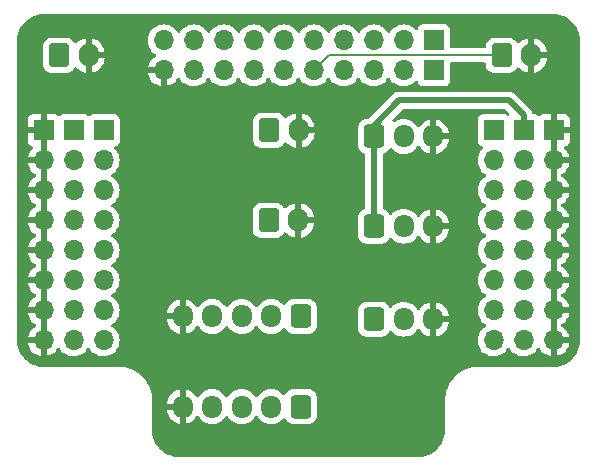
<source format=gbr>
%TF.GenerationSoftware,KiCad,Pcbnew,7.0.6*%
%TF.CreationDate,2024-01-20T12:46:22+09:00*%
%TF.ProjectId,RoboMasterHatBoard,526f626f-4d61-4737-9465-72486174426f,rev?*%
%TF.SameCoordinates,Original*%
%TF.FileFunction,Copper,L2,Bot*%
%TF.FilePolarity,Positive*%
%FSLAX46Y46*%
G04 Gerber Fmt 4.6, Leading zero omitted, Abs format (unit mm)*
G04 Created by KiCad (PCBNEW 7.0.6) date 2024-01-20 12:46:22*
%MOMM*%
%LPD*%
G01*
G04 APERTURE LIST*
G04 Aperture macros list*
%AMRoundRect*
0 Rectangle with rounded corners*
0 $1 Rounding radius*
0 $2 $3 $4 $5 $6 $7 $8 $9 X,Y pos of 4 corners*
0 Add a 4 corners polygon primitive as box body*
4,1,4,$2,$3,$4,$5,$6,$7,$8,$9,$2,$3,0*
0 Add four circle primitives for the rounded corners*
1,1,$1+$1,$2,$3*
1,1,$1+$1,$4,$5*
1,1,$1+$1,$6,$7*
1,1,$1+$1,$8,$9*
0 Add four rect primitives between the rounded corners*
20,1,$1+$1,$2,$3,$4,$5,0*
20,1,$1+$1,$4,$5,$6,$7,0*
20,1,$1+$1,$6,$7,$8,$9,0*
20,1,$1+$1,$8,$9,$2,$3,0*%
G04 Aperture macros list end*
%TA.AperFunction,ComponentPad*%
%ADD10RoundRect,0.250000X-0.600000X-0.750000X0.600000X-0.750000X0.600000X0.750000X-0.600000X0.750000X0*%
%TD*%
%TA.AperFunction,ComponentPad*%
%ADD11O,1.700000X2.000000*%
%TD*%
%TA.AperFunction,ComponentPad*%
%ADD12RoundRect,0.250000X-0.600000X-0.725000X0.600000X-0.725000X0.600000X0.725000X-0.600000X0.725000X0*%
%TD*%
%TA.AperFunction,ComponentPad*%
%ADD13O,1.700000X1.950000*%
%TD*%
%TA.AperFunction,ComponentPad*%
%ADD14RoundRect,0.250000X0.600000X0.725000X-0.600000X0.725000X-0.600000X-0.725000X0.600000X-0.725000X0*%
%TD*%
%TA.AperFunction,ComponentPad*%
%ADD15R,1.700000X1.700000*%
%TD*%
%TA.AperFunction,ComponentPad*%
%ADD16O,1.700000X1.700000*%
%TD*%
%TA.AperFunction,Conductor*%
%ADD17C,0.200000*%
%TD*%
%TA.AperFunction,Conductor*%
%ADD18C,0.500000*%
%TD*%
G04 APERTURE END LIST*
D10*
%TO.P,J17,1,Pin_1*%
%TO.N,/IO1*%
X92750000Y-67310000D03*
D11*
%TO.P,J17,2,Pin_2*%
%TO.N,GND*%
X95250000Y-67310000D03*
%TD*%
D10*
%TO.P,J16,1,Pin_1*%
%TO.N,/BRAKE_INPUT*%
X130215000Y-67310000D03*
D11*
%TO.P,J16,2,Pin_2*%
%TO.N,GND*%
X132715000Y-67310000D03*
%TD*%
D12*
%TO.P,J14,1,Pin_1*%
%TO.N,+5C*%
X119420000Y-74168000D03*
D13*
%TO.P,J14,2,Pin_2*%
%TO.N,/PHOTO_SENS1*%
X121920000Y-74168000D03*
%TO.P,J14,3,Pin_3*%
%TO.N,GND*%
X124420000Y-74168000D03*
%TD*%
D10*
%TO.P,J9,1,Pin_1*%
%TO.N,/RELAY_OUTPUT*%
X110490000Y-81280000D03*
D11*
%TO.P,J9,2,Pin_2*%
%TO.N,GND*%
X112990000Y-81280000D03*
%TD*%
D10*
%TO.P,J10,1,Pin_1*%
%TO.N,/ESW_INPUT*%
X110530000Y-73660000D03*
D11*
%TO.P,J10,2,Pin_2*%
%TO.N,GND*%
X113030000Y-73660000D03*
%TD*%
D14*
%TO.P,J13,1,Pin_1*%
%TO.N,+3.3V*%
X113204000Y-97045000D03*
D13*
%TO.P,J13,2,Pin_2*%
%TO.N,/ENC2_IN_TIM8_CH1*%
X110704000Y-97045000D03*
%TO.P,J13,3,Pin_3*%
%TO.N,/ENC2_IN_TIM8_CH2*%
X108204000Y-97045000D03*
%TO.P,J13,4,Pin_4*%
%TO.N,/ENC2_IN_Z*%
X105704000Y-97045000D03*
%TO.P,J13,5,Pin_5*%
%TO.N,GND*%
X103204000Y-97045000D03*
%TD*%
D12*
%TO.P,J11,1,Pin_1*%
%TO.N,/PWM1_TIM4_CH1*%
X119420000Y-89645000D03*
D13*
%TO.P,J11,2,Pin_2*%
%TO.N,/PWM1_TIM4_CH2*%
X121920000Y-89645000D03*
%TO.P,J11,3,Pin_3*%
%TO.N,GND*%
X124420000Y-89645000D03*
%TD*%
D14*
%TO.P,J12,1,Pin_1*%
%TO.N,+3.3V*%
X113204000Y-89408000D03*
D13*
%TO.P,J12,2,Pin_2*%
%TO.N,/ENC1_IN_TIM2_CH1*%
X110704000Y-89408000D03*
%TO.P,J12,3,Pin_3*%
%TO.N,/ENC1_IN_TIM2_CH2*%
X108204000Y-89408000D03*
%TO.P,J12,4,Pin_4*%
%TO.N,/ENC1_IN_Z*%
X105704000Y-89408000D03*
%TO.P,J12,5,Pin_5*%
%TO.N,GND*%
X103204000Y-89408000D03*
%TD*%
D12*
%TO.P,J15,1,Pin_1*%
%TO.N,+5C*%
X119420000Y-81771000D03*
D13*
%TO.P,J15,2,Pin_2*%
%TO.N,/PHOTO_SENS2*%
X121920000Y-81771000D03*
%TO.P,J15,3,Pin_3*%
%TO.N,GND*%
X124420000Y-81771000D03*
%TD*%
D15*
%TO.P,J4,1,Pin_1*%
%TO.N,GND*%
X91440000Y-73660000D03*
D16*
%TO.P,J4,2,Pin_2*%
X91440000Y-76200000D03*
%TO.P,J4,3,Pin_3*%
X91440000Y-78740000D03*
%TO.P,J4,4,Pin_4*%
X91440000Y-81280000D03*
%TO.P,J4,5,Pin_5*%
X91440000Y-83820000D03*
%TO.P,J4,6,Pin_6*%
X91440000Y-86360000D03*
%TO.P,J4,7,Pin_7*%
X91440000Y-88900000D03*
%TO.P,J4,8,Pin_8*%
X91440000Y-91440000D03*
%TD*%
D15*
%TO.P,J6,1,Pin_1*%
%TO.N,/ENC1_IN_TIM2_CH1*%
X96520000Y-73660000D03*
D16*
%TO.P,J6,2,Pin_2*%
%TO.N,/ENC1_IN_TIM2_CH2*%
X96520000Y-76200000D03*
%TO.P,J6,3,Pin_3*%
%TO.N,/ENC1_IN_Z*%
X96520000Y-78740000D03*
%TO.P,J6,4,Pin_4*%
%TO.N,unconnected-(J6-Pin_4-Pad4)*%
X96520000Y-81280000D03*
%TO.P,J6,5,Pin_5*%
%TO.N,/ENC2_IN_TIM8_CH1*%
X96520000Y-83820000D03*
%TO.P,J6,6,Pin_6*%
%TO.N,/ENC2_IN_TIM8_CH2*%
X96520000Y-86360000D03*
%TO.P,J6,7,Pin_7*%
%TO.N,/ENC2_IN_Z*%
X96520000Y-88900000D03*
%TO.P,J6,8,Pin_8*%
%TO.N,unconnected-(J6-Pin_8-Pad8)*%
X96520000Y-91440000D03*
%TD*%
D15*
%TO.P,J1,1,Pin_1*%
%TO.N,/PWM1_TIM4_CH1*%
X129540000Y-73660000D03*
D16*
%TO.P,J1,2,Pin_2*%
%TO.N,/PWM1_TIM4_CH2*%
X129540000Y-76200000D03*
%TO.P,J1,3,Pin_3*%
%TO.N,unconnected-(J1-Pin_3-Pad3)*%
X129540000Y-78740000D03*
%TO.P,J1,4,Pin_4*%
%TO.N,unconnected-(J1-Pin_4-Pad4)*%
X129540000Y-81280000D03*
%TO.P,J1,5,Pin_5*%
%TO.N,unconnected-(J1-Pin_5-Pad5)*%
X129540000Y-83820000D03*
%TO.P,J1,6,Pin_6*%
%TO.N,unconnected-(J1-Pin_6-Pad6)*%
X129540000Y-86360000D03*
%TO.P,J1,7,Pin_7*%
%TO.N,unconnected-(J1-Pin_7-Pad7)*%
X129540000Y-88900000D03*
%TO.P,J1,8,Pin_8*%
%TO.N,unconnected-(J1-Pin_8-Pad8)*%
X129540000Y-91440000D03*
%TD*%
D15*
%TO.P,J2,1,Pin_1*%
%TO.N,+5C*%
X132080000Y-73660000D03*
D16*
%TO.P,J2,2,Pin_2*%
X132080000Y-76200000D03*
%TO.P,J2,3,Pin_3*%
X132080000Y-78740000D03*
%TO.P,J2,4,Pin_4*%
X132080000Y-81280000D03*
%TO.P,J2,5,Pin_5*%
X132080000Y-83820000D03*
%TO.P,J2,6,Pin_6*%
X132080000Y-86360000D03*
%TO.P,J2,7,Pin_7*%
X132080000Y-88900000D03*
%TO.P,J2,8,Pin_8*%
X132080000Y-91440000D03*
%TD*%
D15*
%TO.P,J3,1,Pin_1*%
%TO.N,GND*%
X134620000Y-73660000D03*
D16*
%TO.P,J3,2,Pin_2*%
X134620000Y-76200000D03*
%TO.P,J3,3,Pin_3*%
X134620000Y-78740000D03*
%TO.P,J3,4,Pin_4*%
X134620000Y-81280000D03*
%TO.P,J3,5,Pin_5*%
X134620000Y-83820000D03*
%TO.P,J3,6,Pin_6*%
X134620000Y-86360000D03*
%TO.P,J3,7,Pin_7*%
X134620000Y-88900000D03*
%TO.P,J3,8,Pin_8*%
X134620000Y-91440000D03*
%TD*%
D15*
%TO.P,J8,1,Pin_1*%
%TO.N,/PHOTO_SENS1*%
X124460000Y-66040000D03*
D16*
%TO.P,J8,2,Pin_2*%
%TO.N,unconnected-(J8-Pin_2-Pad2)*%
X121920000Y-66040000D03*
%TO.P,J8,3,Pin_3*%
%TO.N,/ESW_INPUT*%
X119380000Y-66040000D03*
%TO.P,J8,4,Pin_4*%
%TO.N,unconnected-(J8-Pin_4-Pad4)*%
X116840000Y-66040000D03*
%TO.P,J8,5,Pin_5*%
%TO.N,unconnected-(J8-Pin_5-Pad5)*%
X114300000Y-66040000D03*
%TO.P,J8,6,Pin_6*%
%TO.N,unconnected-(J8-Pin_6-Pad6)*%
X111760000Y-66040000D03*
%TO.P,J8,7,Pin_7*%
%TO.N,/IO1*%
X109220000Y-66040000D03*
%TO.P,J8,8,Pin_8*%
%TO.N,unconnected-(J8-Pin_8-Pad8)*%
X106680000Y-66040000D03*
%TO.P,J8,9,Pin_9*%
%TO.N,unconnected-(J8-Pin_9-Pad9)*%
X104140000Y-66040000D03*
%TO.P,J8,10,Pin_10*%
%TO.N,+5F*%
X101600000Y-66040000D03*
%TD*%
D15*
%TO.P,J5,1,Pin_1*%
%TO.N,+5V*%
X93980000Y-73660000D03*
D16*
%TO.P,J5,2,Pin_2*%
X93980000Y-76200000D03*
%TO.P,J5,3,Pin_3*%
X93980000Y-78740000D03*
%TO.P,J5,4,Pin_4*%
X93980000Y-81280000D03*
%TO.P,J5,5,Pin_5*%
X93980000Y-83820000D03*
%TO.P,J5,6,Pin_6*%
X93980000Y-86360000D03*
%TO.P,J5,7,Pin_7*%
X93980000Y-88900000D03*
%TO.P,J5,8,Pin_8*%
X93980000Y-91440000D03*
%TD*%
D15*
%TO.P,J7,1,Pin_1*%
%TO.N,/PHOTO_SENS2*%
X124460000Y-68580000D03*
D16*
%TO.P,J7,2,Pin_2*%
%TO.N,unconnected-(J7-Pin_2-Pad2)*%
X121920000Y-68580000D03*
%TO.P,J7,3,Pin_3*%
%TO.N,/RELAY_OUTPUT*%
X119380000Y-68580000D03*
%TO.P,J7,4,Pin_4*%
%TO.N,unconnected-(J7-Pin_4-Pad4)*%
X116840000Y-68580000D03*
%TO.P,J7,5,Pin_5*%
%TO.N,/BRAKE_INPUT*%
X114300000Y-68580000D03*
%TO.P,J7,6,Pin_6*%
%TO.N,unconnected-(J7-Pin_6-Pad6)*%
X111760000Y-68580000D03*
%TO.P,J7,7,Pin_7*%
%TO.N,unconnected-(J7-Pin_7-Pad7)*%
X109220000Y-68580000D03*
%TO.P,J7,8,Pin_8*%
%TO.N,unconnected-(J7-Pin_8-Pad8)*%
X106680000Y-68580000D03*
%TO.P,J7,9,Pin_9*%
%TO.N,unconnected-(J7-Pin_9-Pad9)*%
X104140000Y-68580000D03*
%TO.P,J7,10,Pin_10*%
%TO.N,GND*%
X101600000Y-68580000D03*
%TD*%
D17*
%TO.N,/BRAKE_INPUT*%
X114300000Y-68580000D02*
X115570000Y-67310000D01*
X115570000Y-67310000D02*
X130215000Y-67310000D01*
D18*
%TO.N,+5C*%
X119420000Y-81771000D02*
X119420000Y-74168000D01*
X119420000Y-73259000D02*
X121559000Y-71120000D01*
X121559000Y-71120000D02*
X130810000Y-71120000D01*
X132080000Y-72390000D02*
X132080000Y-73660000D01*
X130810000Y-71120000D02*
X132080000Y-72390000D01*
X119420000Y-74168000D02*
X119420000Y-73259000D01*
%TD*%
%TA.AperFunction,Conductor*%
%TO.N,GND*%
G36*
X91690000Y-91004498D02*
G01*
X91582315Y-90955320D01*
X91475763Y-90940000D01*
X91404237Y-90940000D01*
X91297685Y-90955320D01*
X91190000Y-91004498D01*
X91190000Y-89335501D01*
X91297685Y-89384680D01*
X91404237Y-89400000D01*
X91475763Y-89400000D01*
X91582315Y-89384680D01*
X91690000Y-89335501D01*
X91690000Y-91004498D01*
G37*
%TD.AperFunction*%
%TA.AperFunction,Conductor*%
G36*
X91690000Y-88464498D02*
G01*
X91582315Y-88415320D01*
X91475763Y-88400000D01*
X91404237Y-88400000D01*
X91297685Y-88415320D01*
X91190000Y-88464498D01*
X91190000Y-86795501D01*
X91297685Y-86844680D01*
X91404237Y-86860000D01*
X91475763Y-86860000D01*
X91582315Y-86844680D01*
X91690000Y-86795501D01*
X91690000Y-88464498D01*
G37*
%TD.AperFunction*%
%TA.AperFunction,Conductor*%
G36*
X91690000Y-85924498D02*
G01*
X91582315Y-85875320D01*
X91475763Y-85860000D01*
X91404237Y-85860000D01*
X91297685Y-85875320D01*
X91190000Y-85924498D01*
X91190000Y-84255501D01*
X91297685Y-84304680D01*
X91404237Y-84320000D01*
X91475763Y-84320000D01*
X91582315Y-84304680D01*
X91690000Y-84255501D01*
X91690000Y-85924498D01*
G37*
%TD.AperFunction*%
%TA.AperFunction,Conductor*%
G36*
X91690000Y-83384498D02*
G01*
X91582315Y-83335320D01*
X91475763Y-83320000D01*
X91404237Y-83320000D01*
X91297685Y-83335320D01*
X91190000Y-83384498D01*
X91190000Y-81715501D01*
X91297685Y-81764680D01*
X91404237Y-81780000D01*
X91475763Y-81780000D01*
X91582315Y-81764680D01*
X91690000Y-81715501D01*
X91690000Y-83384498D01*
G37*
%TD.AperFunction*%
%TA.AperFunction,Conductor*%
G36*
X91690000Y-80844498D02*
G01*
X91582315Y-80795320D01*
X91475763Y-80780000D01*
X91404237Y-80780000D01*
X91297685Y-80795320D01*
X91190000Y-80844498D01*
X91190000Y-79175501D01*
X91297685Y-79224680D01*
X91404237Y-79240000D01*
X91475763Y-79240000D01*
X91582315Y-79224680D01*
X91690000Y-79175501D01*
X91690000Y-80844498D01*
G37*
%TD.AperFunction*%
%TA.AperFunction,Conductor*%
G36*
X91690000Y-78304498D02*
G01*
X91582315Y-78255320D01*
X91475763Y-78240000D01*
X91404237Y-78240000D01*
X91297685Y-78255320D01*
X91190000Y-78304498D01*
X91190000Y-76635501D01*
X91297685Y-76684680D01*
X91404237Y-76700000D01*
X91475763Y-76700000D01*
X91582315Y-76684680D01*
X91690000Y-76635501D01*
X91690000Y-78304498D01*
G37*
%TD.AperFunction*%
%TA.AperFunction,Conductor*%
G36*
X91690000Y-75764498D02*
G01*
X91582315Y-75715320D01*
X91475763Y-75700000D01*
X91404237Y-75700000D01*
X91297685Y-75715320D01*
X91190000Y-75764498D01*
X91190000Y-74095501D01*
X91297685Y-74144680D01*
X91404237Y-74160000D01*
X91475763Y-74160000D01*
X91582315Y-74144680D01*
X91690000Y-74095501D01*
X91690000Y-75764498D01*
G37*
%TD.AperFunction*%
%TA.AperFunction,Conductor*%
G36*
X134870000Y-91004498D02*
G01*
X134762315Y-90955320D01*
X134655763Y-90940000D01*
X134584237Y-90940000D01*
X134477685Y-90955320D01*
X134370000Y-91004498D01*
X134370000Y-89335501D01*
X134477685Y-89384680D01*
X134584237Y-89400000D01*
X134655763Y-89400000D01*
X134762315Y-89384680D01*
X134870000Y-89335501D01*
X134870000Y-91004498D01*
G37*
%TD.AperFunction*%
%TA.AperFunction,Conductor*%
G36*
X134870000Y-88464498D02*
G01*
X134762315Y-88415320D01*
X134655763Y-88400000D01*
X134584237Y-88400000D01*
X134477685Y-88415320D01*
X134370000Y-88464498D01*
X134370000Y-86795501D01*
X134477685Y-86844680D01*
X134584237Y-86860000D01*
X134655763Y-86860000D01*
X134762315Y-86844680D01*
X134870000Y-86795501D01*
X134870000Y-88464498D01*
G37*
%TD.AperFunction*%
%TA.AperFunction,Conductor*%
G36*
X134870000Y-85924498D02*
G01*
X134762315Y-85875320D01*
X134655763Y-85860000D01*
X134584237Y-85860000D01*
X134477685Y-85875320D01*
X134370000Y-85924498D01*
X134370000Y-84255501D01*
X134477685Y-84304680D01*
X134584237Y-84320000D01*
X134655763Y-84320000D01*
X134762315Y-84304680D01*
X134870000Y-84255501D01*
X134870000Y-85924498D01*
G37*
%TD.AperFunction*%
%TA.AperFunction,Conductor*%
G36*
X134870000Y-83384498D02*
G01*
X134762315Y-83335320D01*
X134655763Y-83320000D01*
X134584237Y-83320000D01*
X134477685Y-83335320D01*
X134370000Y-83384498D01*
X134370000Y-81715501D01*
X134477685Y-81764680D01*
X134584237Y-81780000D01*
X134655763Y-81780000D01*
X134762315Y-81764680D01*
X134870000Y-81715501D01*
X134870000Y-83384498D01*
G37*
%TD.AperFunction*%
%TA.AperFunction,Conductor*%
G36*
X134870000Y-80844498D02*
G01*
X134762315Y-80795320D01*
X134655763Y-80780000D01*
X134584237Y-80780000D01*
X134477685Y-80795320D01*
X134370000Y-80844498D01*
X134370000Y-79175501D01*
X134477685Y-79224680D01*
X134584237Y-79240000D01*
X134655763Y-79240000D01*
X134762315Y-79224680D01*
X134870000Y-79175501D01*
X134870000Y-80844498D01*
G37*
%TD.AperFunction*%
%TA.AperFunction,Conductor*%
G36*
X134870000Y-78304498D02*
G01*
X134762315Y-78255320D01*
X134655763Y-78240000D01*
X134584237Y-78240000D01*
X134477685Y-78255320D01*
X134370000Y-78304498D01*
X134370000Y-76635501D01*
X134477685Y-76684680D01*
X134584237Y-76700000D01*
X134655763Y-76700000D01*
X134762315Y-76684680D01*
X134870000Y-76635501D01*
X134870000Y-78304498D01*
G37*
%TD.AperFunction*%
%TA.AperFunction,Conductor*%
G36*
X134870000Y-75764498D02*
G01*
X134762315Y-75715320D01*
X134655763Y-75700000D01*
X134584237Y-75700000D01*
X134477685Y-75715320D01*
X134370000Y-75764498D01*
X134370000Y-74095501D01*
X134477685Y-74144680D01*
X134584237Y-74160000D01*
X134655763Y-74160000D01*
X134762315Y-74144680D01*
X134870000Y-74095501D01*
X134870000Y-75764498D01*
G37*
%TD.AperFunction*%
%TA.AperFunction,Conductor*%
G36*
X134621866Y-63800613D02*
G01*
X134693173Y-63804926D01*
X134886200Y-63816601D01*
X134893634Y-63817505D01*
X135152260Y-63864901D01*
X135159530Y-63866692D01*
X135410561Y-63944916D01*
X135417554Y-63947569D01*
X135555118Y-64009481D01*
X135657330Y-64055483D01*
X135663956Y-64058960D01*
X135888969Y-64194986D01*
X135895136Y-64199243D01*
X136102111Y-64361397D01*
X136107711Y-64366358D01*
X136293640Y-64552287D01*
X136298602Y-64557888D01*
X136460756Y-64764863D01*
X136465013Y-64771030D01*
X136601036Y-64996038D01*
X136604519Y-65002674D01*
X136712430Y-65242445D01*
X136715086Y-65249447D01*
X136750212Y-65362171D01*
X136793305Y-65500463D01*
X136795098Y-65507739D01*
X136842494Y-65766365D01*
X136843398Y-65773804D01*
X136859387Y-66038133D01*
X136859500Y-66041877D01*
X136859500Y-91438122D01*
X136859387Y-91441866D01*
X136843398Y-91706195D01*
X136842494Y-91713634D01*
X136795098Y-91972260D01*
X136793305Y-91979536D01*
X136715088Y-92230547D01*
X136712430Y-92237554D01*
X136604519Y-92477325D01*
X136601036Y-92483961D01*
X136465013Y-92708969D01*
X136460756Y-92715136D01*
X136298602Y-92922111D01*
X136293633Y-92927720D01*
X136107720Y-93113633D01*
X136102111Y-93118602D01*
X135895136Y-93280756D01*
X135888969Y-93285013D01*
X135663961Y-93421036D01*
X135657325Y-93424519D01*
X135417554Y-93532430D01*
X135410547Y-93535088D01*
X135159536Y-93613305D01*
X135152260Y-93615098D01*
X134893634Y-93662494D01*
X134886195Y-93663398D01*
X134621866Y-93679387D01*
X134618122Y-93679500D01*
X128110476Y-93679500D01*
X127793461Y-93715219D01*
X127793445Y-93715221D01*
X127482410Y-93786212D01*
X127482398Y-93786216D01*
X127181271Y-93891586D01*
X127181263Y-93891589D01*
X126893836Y-94030006D01*
X126623695Y-94199748D01*
X126374260Y-94398665D01*
X126148665Y-94624260D01*
X125949748Y-94873695D01*
X125780006Y-95143836D01*
X125641589Y-95431263D01*
X125641586Y-95431271D01*
X125536216Y-95732398D01*
X125536212Y-95732410D01*
X125465221Y-96043445D01*
X125465219Y-96043461D01*
X125429500Y-96360476D01*
X125429500Y-96463827D01*
X125429499Y-99037066D01*
X125429500Y-99037071D01*
X125429500Y-99058122D01*
X125429387Y-99061866D01*
X125413398Y-99326195D01*
X125412494Y-99333634D01*
X125365098Y-99592260D01*
X125363305Y-99599536D01*
X125285088Y-99850547D01*
X125282430Y-99857554D01*
X125174519Y-100097325D01*
X125171036Y-100103961D01*
X125035013Y-100328969D01*
X125030756Y-100335136D01*
X124868602Y-100542111D01*
X124863633Y-100547720D01*
X124677720Y-100733633D01*
X124672111Y-100738602D01*
X124465136Y-100900756D01*
X124458969Y-100905013D01*
X124233961Y-101041036D01*
X124227325Y-101044519D01*
X123987554Y-101152430D01*
X123980547Y-101155088D01*
X123729536Y-101233305D01*
X123722260Y-101235098D01*
X123463634Y-101282494D01*
X123456195Y-101283398D01*
X123191866Y-101299387D01*
X123188122Y-101299500D01*
X102871878Y-101299500D01*
X102868134Y-101299387D01*
X102603804Y-101283398D01*
X102596365Y-101282494D01*
X102337739Y-101235098D01*
X102330463Y-101233305D01*
X102163680Y-101181334D01*
X102079447Y-101155086D01*
X102072445Y-101152430D01*
X101832674Y-101044519D01*
X101826038Y-101041036D01*
X101601030Y-100905013D01*
X101594863Y-100900756D01*
X101387888Y-100738602D01*
X101382287Y-100733640D01*
X101196358Y-100547711D01*
X101191397Y-100542111D01*
X101029243Y-100335136D01*
X101024986Y-100328969D01*
X100888963Y-100103961D01*
X100885480Y-100097325D01*
X100777569Y-99857554D01*
X100774916Y-99850561D01*
X100696692Y-99599530D01*
X100694901Y-99592260D01*
X100647505Y-99333634D01*
X100646601Y-99326195D01*
X100630613Y-99061866D01*
X100630500Y-99058122D01*
X100630500Y-97295000D01*
X101859779Y-97295000D01*
X101869430Y-97405316D01*
X101869432Y-97405326D01*
X101930566Y-97633483D01*
X101930570Y-97633492D01*
X102030399Y-97847577D01*
X102030400Y-97847579D01*
X102165886Y-98041073D01*
X102165891Y-98041079D01*
X102332917Y-98208105D01*
X102526421Y-98343600D01*
X102740507Y-98443429D01*
X102740516Y-98443433D01*
X102954000Y-98500634D01*
X102954000Y-97453018D01*
X103068801Y-97505446D01*
X103170025Y-97520000D01*
X103237975Y-97520000D01*
X103339199Y-97505446D01*
X103453999Y-97453018D01*
X103453999Y-98500633D01*
X103667483Y-98443433D01*
X103667492Y-98443429D01*
X103881577Y-98343600D01*
X103881579Y-98343599D01*
X104075073Y-98208113D01*
X104075079Y-98208108D01*
X104242108Y-98041079D01*
X104242113Y-98041073D01*
X104352119Y-97883967D01*
X104406695Y-97840342D01*
X104476194Y-97833148D01*
X104538549Y-97864670D01*
X104555269Y-97883967D01*
X104665505Y-98041402D01*
X104832209Y-98208105D01*
X104832599Y-98208495D01*
X104875675Y-98238657D01*
X105026165Y-98344032D01*
X105026167Y-98344033D01*
X105026170Y-98344035D01*
X105240337Y-98443903D01*
X105468592Y-98505063D01*
X105645034Y-98520500D01*
X105703999Y-98525659D01*
X105704000Y-98525659D01*
X105704001Y-98525659D01*
X105762966Y-98520500D01*
X105939408Y-98505063D01*
X106167663Y-98443903D01*
X106381829Y-98344035D01*
X106575401Y-98208495D01*
X106742495Y-98041401D01*
X106852426Y-97884401D01*
X106907001Y-97840778D01*
X106976500Y-97833584D01*
X107038855Y-97865106D01*
X107055571Y-97884398D01*
X107082457Y-97922795D01*
X107165506Y-98041403D01*
X107332209Y-98208105D01*
X107332599Y-98208495D01*
X107375675Y-98238657D01*
X107526165Y-98344032D01*
X107526167Y-98344033D01*
X107526170Y-98344035D01*
X107740337Y-98443903D01*
X107968592Y-98505063D01*
X108145034Y-98520500D01*
X108203999Y-98525659D01*
X108204000Y-98525659D01*
X108204001Y-98525659D01*
X108262966Y-98520500D01*
X108439408Y-98505063D01*
X108667663Y-98443903D01*
X108881829Y-98344035D01*
X109075401Y-98208495D01*
X109242495Y-98041401D01*
X109352426Y-97884401D01*
X109407001Y-97840778D01*
X109476500Y-97833584D01*
X109538855Y-97865106D01*
X109555571Y-97884398D01*
X109582457Y-97922795D01*
X109665506Y-98041403D01*
X109832209Y-98208105D01*
X109832599Y-98208495D01*
X109875675Y-98238657D01*
X110026165Y-98344032D01*
X110026167Y-98344033D01*
X110026170Y-98344035D01*
X110240337Y-98443903D01*
X110468592Y-98505063D01*
X110645034Y-98520500D01*
X110703999Y-98525659D01*
X110704000Y-98525659D01*
X110704001Y-98525659D01*
X110762966Y-98520500D01*
X110939408Y-98505063D01*
X111167663Y-98443903D01*
X111381829Y-98344035D01*
X111575401Y-98208495D01*
X111722602Y-98061293D01*
X111783924Y-98027810D01*
X111853615Y-98032794D01*
X111909549Y-98074665D01*
X111915821Y-98083879D01*
X111919186Y-98089334D01*
X112011288Y-98238656D01*
X112135344Y-98362712D01*
X112284666Y-98454814D01*
X112451203Y-98509999D01*
X112553991Y-98520500D01*
X113854008Y-98520499D01*
X113956797Y-98509999D01*
X114123334Y-98454814D01*
X114272656Y-98362712D01*
X114396712Y-98238656D01*
X114488814Y-98089334D01*
X114543999Y-97922797D01*
X114554500Y-97820009D01*
X114554499Y-96269992D01*
X114553156Y-96256849D01*
X114543999Y-96167203D01*
X114543998Y-96167200D01*
X114506104Y-96052845D01*
X114488814Y-96000666D01*
X114396712Y-95851344D01*
X114272656Y-95727288D01*
X114141786Y-95646567D01*
X114123336Y-95635187D01*
X114123331Y-95635185D01*
X114121862Y-95634698D01*
X113956797Y-95580001D01*
X113956795Y-95580000D01*
X113854010Y-95569500D01*
X112553998Y-95569500D01*
X112553981Y-95569501D01*
X112451203Y-95580000D01*
X112451200Y-95580001D01*
X112284668Y-95635185D01*
X112284663Y-95635187D01*
X112135342Y-95727289D01*
X112011289Y-95851342D01*
X111915821Y-96006121D01*
X111863873Y-96052845D01*
X111794910Y-96064068D01*
X111730828Y-96036224D01*
X111722601Y-96028705D01*
X111575402Y-95881506D01*
X111575395Y-95881501D01*
X111381834Y-95745967D01*
X111381830Y-95745965D01*
X111352761Y-95732410D01*
X111167663Y-95646097D01*
X111167659Y-95646096D01*
X111167655Y-95646094D01*
X110939413Y-95584938D01*
X110939403Y-95584936D01*
X110704001Y-95564341D01*
X110703999Y-95564341D01*
X110468596Y-95584936D01*
X110468586Y-95584938D01*
X110240344Y-95646094D01*
X110240335Y-95646098D01*
X110026171Y-95745964D01*
X110026169Y-95745965D01*
X109832597Y-95881505D01*
X109665505Y-96048597D01*
X109555575Y-96205595D01*
X109500998Y-96249220D01*
X109431500Y-96256414D01*
X109369145Y-96224891D01*
X109352425Y-96205595D01*
X109242494Y-96048597D01*
X109075402Y-95881506D01*
X109075395Y-95881501D01*
X108881834Y-95745967D01*
X108881830Y-95745965D01*
X108852761Y-95732410D01*
X108667663Y-95646097D01*
X108667659Y-95646096D01*
X108667655Y-95646094D01*
X108439413Y-95584938D01*
X108439403Y-95584936D01*
X108204001Y-95564341D01*
X108203999Y-95564341D01*
X107968596Y-95584936D01*
X107968586Y-95584938D01*
X107740344Y-95646094D01*
X107740335Y-95646098D01*
X107526171Y-95745964D01*
X107526169Y-95745965D01*
X107332597Y-95881505D01*
X107165505Y-96048597D01*
X107055575Y-96205595D01*
X107000998Y-96249220D01*
X106931500Y-96256414D01*
X106869145Y-96224891D01*
X106852425Y-96205595D01*
X106742494Y-96048597D01*
X106575402Y-95881506D01*
X106575395Y-95881501D01*
X106381834Y-95745967D01*
X106381830Y-95745965D01*
X106352761Y-95732410D01*
X106167663Y-95646097D01*
X106167659Y-95646096D01*
X106167655Y-95646094D01*
X105939413Y-95584938D01*
X105939403Y-95584936D01*
X105704001Y-95564341D01*
X105703999Y-95564341D01*
X105468596Y-95584936D01*
X105468586Y-95584938D01*
X105240344Y-95646094D01*
X105240335Y-95646098D01*
X105026171Y-95745964D01*
X105026169Y-95745965D01*
X104832597Y-95881505D01*
X104665508Y-96048594D01*
X104555269Y-96206032D01*
X104500692Y-96249656D01*
X104431193Y-96256849D01*
X104368839Y-96225327D01*
X104352119Y-96206031D01*
X104242113Y-96048926D01*
X104242108Y-96048920D01*
X104075082Y-95881894D01*
X103881578Y-95746399D01*
X103667492Y-95646570D01*
X103667486Y-95646567D01*
X103453999Y-95589364D01*
X103453999Y-96636981D01*
X103339199Y-96584554D01*
X103237975Y-96570000D01*
X103170025Y-96570000D01*
X103068801Y-96584554D01*
X102954000Y-96636981D01*
X102954000Y-95589364D01*
X102953999Y-95589364D01*
X102740513Y-95646567D01*
X102740507Y-95646570D01*
X102526422Y-95746399D01*
X102526420Y-95746400D01*
X102332926Y-95881886D01*
X102332920Y-95881891D01*
X102165891Y-96048920D01*
X102165886Y-96048926D01*
X102030400Y-96242420D01*
X102030399Y-96242422D01*
X101930570Y-96456507D01*
X101930566Y-96456516D01*
X101869432Y-96684673D01*
X101869430Y-96684683D01*
X101859779Y-96795000D01*
X102800031Y-96795000D01*
X102767481Y-96845649D01*
X102729000Y-96976705D01*
X102729000Y-97113295D01*
X102767481Y-97244351D01*
X102800031Y-97295000D01*
X101859779Y-97295000D01*
X100630500Y-97295000D01*
X100630500Y-96360478D01*
X100630499Y-96360476D01*
X100617963Y-96249220D01*
X100594779Y-96043449D01*
X100523787Y-95732410D01*
X100418415Y-95431275D01*
X100418412Y-95431270D01*
X100418410Y-95431263D01*
X100279993Y-95143836D01*
X100211567Y-95034937D01*
X100110251Y-94873694D01*
X99911334Y-94624260D01*
X99685740Y-94398666D01*
X99436306Y-94199749D01*
X99166169Y-94030010D01*
X99166170Y-94030010D01*
X99166163Y-94030006D01*
X98878736Y-93891589D01*
X98878728Y-93891586D01*
X98577601Y-93786216D01*
X98577589Y-93786212D01*
X98266554Y-93715221D01*
X98266538Y-93715219D01*
X97949523Y-93679500D01*
X97949519Y-93679500D01*
X97846173Y-93679500D01*
X91441878Y-93679500D01*
X91438134Y-93679387D01*
X91173804Y-93663398D01*
X91166365Y-93662494D01*
X90907739Y-93615098D01*
X90900463Y-93613305D01*
X90733680Y-93561334D01*
X90649447Y-93535086D01*
X90642445Y-93532430D01*
X90402674Y-93424519D01*
X90396038Y-93421036D01*
X90171030Y-93285013D01*
X90164863Y-93280756D01*
X89957888Y-93118602D01*
X89952287Y-93113640D01*
X89766358Y-92927711D01*
X89761397Y-92922111D01*
X89599243Y-92715136D01*
X89594986Y-92708969D01*
X89537596Y-92614035D01*
X89458960Y-92483956D01*
X89455480Y-92477325D01*
X89347569Y-92237554D01*
X89344916Y-92230561D01*
X89266692Y-91979530D01*
X89264901Y-91972260D01*
X89217505Y-91713634D01*
X89216601Y-91706195D01*
X89215621Y-91690000D01*
X89200613Y-91441866D01*
X89200500Y-91438122D01*
X89200500Y-74557844D01*
X90090000Y-74557844D01*
X90096401Y-74617372D01*
X90096403Y-74617379D01*
X90146645Y-74752086D01*
X90146649Y-74752093D01*
X90232809Y-74867187D01*
X90232812Y-74867190D01*
X90347906Y-74953350D01*
X90347913Y-74953354D01*
X90479986Y-75002614D01*
X90535920Y-75044485D01*
X90560337Y-75109949D01*
X90545486Y-75178222D01*
X90524335Y-75206477D01*
X90401886Y-75328926D01*
X90266400Y-75522420D01*
X90266399Y-75522422D01*
X90166570Y-75736507D01*
X90166567Y-75736513D01*
X90109364Y-75949999D01*
X90109364Y-75950000D01*
X91006314Y-75950000D01*
X90980507Y-75990156D01*
X90940000Y-76128111D01*
X90940000Y-76271889D01*
X90980507Y-76409844D01*
X91006314Y-76450000D01*
X90109364Y-76450000D01*
X90166567Y-76663486D01*
X90166570Y-76663492D01*
X90266399Y-76877578D01*
X90401894Y-77071082D01*
X90568917Y-77238105D01*
X90755031Y-77368425D01*
X90798656Y-77423003D01*
X90805848Y-77492501D01*
X90774326Y-77554856D01*
X90755031Y-77571575D01*
X90568922Y-77701890D01*
X90568920Y-77701891D01*
X90401891Y-77868920D01*
X90401886Y-77868926D01*
X90266400Y-78062420D01*
X90266399Y-78062422D01*
X90166570Y-78276507D01*
X90166567Y-78276513D01*
X90109364Y-78489999D01*
X90109364Y-78490000D01*
X91006314Y-78490000D01*
X90980507Y-78530156D01*
X90940000Y-78668111D01*
X90940000Y-78811889D01*
X90980507Y-78949844D01*
X91006314Y-78990000D01*
X90109364Y-78990000D01*
X90166567Y-79203486D01*
X90166570Y-79203492D01*
X90266399Y-79417578D01*
X90401894Y-79611082D01*
X90568917Y-79778105D01*
X90755031Y-79908425D01*
X90798656Y-79963003D01*
X90805848Y-80032501D01*
X90774326Y-80094856D01*
X90755031Y-80111575D01*
X90568922Y-80241890D01*
X90568920Y-80241891D01*
X90401891Y-80408920D01*
X90401886Y-80408926D01*
X90266400Y-80602420D01*
X90266399Y-80602422D01*
X90166570Y-80816507D01*
X90166567Y-80816513D01*
X90109364Y-81029999D01*
X90109364Y-81030000D01*
X91006314Y-81030000D01*
X90980507Y-81070156D01*
X90940000Y-81208111D01*
X90940000Y-81351889D01*
X90980507Y-81489844D01*
X91006314Y-81530000D01*
X90109364Y-81530000D01*
X90166567Y-81743486D01*
X90166570Y-81743492D01*
X90266399Y-81957578D01*
X90401894Y-82151082D01*
X90568917Y-82318105D01*
X90755031Y-82448425D01*
X90798656Y-82503003D01*
X90805848Y-82572501D01*
X90774326Y-82634856D01*
X90755031Y-82651575D01*
X90568922Y-82781890D01*
X90568920Y-82781891D01*
X90401891Y-82948920D01*
X90401886Y-82948926D01*
X90266400Y-83142420D01*
X90266399Y-83142422D01*
X90166570Y-83356507D01*
X90166567Y-83356513D01*
X90109364Y-83569999D01*
X90109364Y-83570000D01*
X91006314Y-83570000D01*
X90980507Y-83610156D01*
X90940000Y-83748111D01*
X90940000Y-83891889D01*
X90980507Y-84029844D01*
X91006314Y-84070000D01*
X90109364Y-84070000D01*
X90166567Y-84283486D01*
X90166570Y-84283492D01*
X90266399Y-84497578D01*
X90401894Y-84691082D01*
X90568917Y-84858105D01*
X90755031Y-84988425D01*
X90798656Y-85043003D01*
X90805848Y-85112501D01*
X90774326Y-85174856D01*
X90755031Y-85191575D01*
X90568922Y-85321890D01*
X90568920Y-85321891D01*
X90401891Y-85488920D01*
X90401886Y-85488926D01*
X90266400Y-85682420D01*
X90266399Y-85682422D01*
X90166570Y-85896507D01*
X90166567Y-85896513D01*
X90109364Y-86109999D01*
X90109364Y-86110000D01*
X91006314Y-86110000D01*
X90980507Y-86150156D01*
X90940000Y-86288111D01*
X90940000Y-86431889D01*
X90980507Y-86569844D01*
X91006314Y-86610000D01*
X90109364Y-86610000D01*
X90166567Y-86823486D01*
X90166570Y-86823492D01*
X90266399Y-87037578D01*
X90401894Y-87231082D01*
X90568917Y-87398105D01*
X90755031Y-87528425D01*
X90798656Y-87583003D01*
X90805848Y-87652501D01*
X90774326Y-87714856D01*
X90755031Y-87731575D01*
X90568922Y-87861890D01*
X90568920Y-87861891D01*
X90401891Y-88028920D01*
X90401886Y-88028926D01*
X90266400Y-88222420D01*
X90266399Y-88222422D01*
X90166570Y-88436507D01*
X90166567Y-88436513D01*
X90109364Y-88649999D01*
X90109364Y-88650000D01*
X91006314Y-88650000D01*
X90980507Y-88690156D01*
X90940000Y-88828111D01*
X90940000Y-88971889D01*
X90980507Y-89109844D01*
X91006314Y-89150000D01*
X90109364Y-89150000D01*
X90166567Y-89363486D01*
X90166570Y-89363492D01*
X90266399Y-89577578D01*
X90401894Y-89771082D01*
X90568917Y-89938105D01*
X90755031Y-90068425D01*
X90798656Y-90123003D01*
X90805848Y-90192501D01*
X90774326Y-90254856D01*
X90755031Y-90271575D01*
X90568922Y-90401890D01*
X90568920Y-90401891D01*
X90401891Y-90568920D01*
X90401886Y-90568926D01*
X90266400Y-90762420D01*
X90266399Y-90762422D01*
X90166570Y-90976507D01*
X90166567Y-90976513D01*
X90109364Y-91189999D01*
X90109364Y-91190000D01*
X91006314Y-91190000D01*
X90980507Y-91230156D01*
X90940000Y-91368111D01*
X90940000Y-91511889D01*
X90980507Y-91649844D01*
X91006314Y-91690000D01*
X90109364Y-91690000D01*
X90166567Y-91903486D01*
X90166570Y-91903492D01*
X90266399Y-92117578D01*
X90401894Y-92311082D01*
X90568917Y-92478105D01*
X90762421Y-92613600D01*
X90976507Y-92713429D01*
X90976516Y-92713433D01*
X91190000Y-92770634D01*
X91190000Y-91875501D01*
X91297685Y-91924680D01*
X91404237Y-91940000D01*
X91475763Y-91940000D01*
X91582315Y-91924680D01*
X91690000Y-91875501D01*
X91690000Y-92770633D01*
X91903483Y-92713433D01*
X91903492Y-92713429D01*
X92117578Y-92613600D01*
X92311082Y-92478105D01*
X92478105Y-92311082D01*
X92608119Y-92125405D01*
X92662696Y-92081781D01*
X92732195Y-92074588D01*
X92794549Y-92106110D01*
X92811269Y-92125405D01*
X92941505Y-92311401D01*
X93108599Y-92478495D01*
X93180335Y-92528725D01*
X93302165Y-92614032D01*
X93302167Y-92614033D01*
X93302170Y-92614035D01*
X93516337Y-92713903D01*
X93516343Y-92713904D01*
X93516344Y-92713905D01*
X93571285Y-92728626D01*
X93744592Y-92775063D01*
X93932918Y-92791539D01*
X93979999Y-92795659D01*
X93980000Y-92795659D01*
X93980001Y-92795659D01*
X94019234Y-92792226D01*
X94215408Y-92775063D01*
X94443663Y-92713903D01*
X94657830Y-92614035D01*
X94851401Y-92478495D01*
X95018495Y-92311401D01*
X95148424Y-92125842D01*
X95203002Y-92082217D01*
X95272500Y-92075023D01*
X95334855Y-92106546D01*
X95351575Y-92125842D01*
X95481500Y-92311395D01*
X95481505Y-92311401D01*
X95648599Y-92478495D01*
X95720335Y-92528725D01*
X95842165Y-92614032D01*
X95842167Y-92614033D01*
X95842170Y-92614035D01*
X96056337Y-92713903D01*
X96056343Y-92713904D01*
X96056344Y-92713905D01*
X96111285Y-92728626D01*
X96284592Y-92775063D01*
X96472918Y-92791539D01*
X96519999Y-92795659D01*
X96520000Y-92795659D01*
X96520001Y-92795659D01*
X96559234Y-92792226D01*
X96755408Y-92775063D01*
X96983663Y-92713903D01*
X97197830Y-92614035D01*
X97391401Y-92478495D01*
X97558495Y-92311401D01*
X97694035Y-92117830D01*
X97793903Y-91903663D01*
X97855063Y-91675408D01*
X97875659Y-91440000D01*
X97855063Y-91204592D01*
X97793903Y-90976337D01*
X97694035Y-90762171D01*
X97688731Y-90754595D01*
X97558494Y-90568597D01*
X97391402Y-90401506D01*
X97391401Y-90401505D01*
X97226153Y-90285797D01*
X97205841Y-90271574D01*
X97162216Y-90216997D01*
X97155024Y-90147498D01*
X97186546Y-90085144D01*
X97205836Y-90068428D01*
X97391401Y-89938495D01*
X97558495Y-89771401D01*
X97637899Y-89658000D01*
X101859779Y-89658000D01*
X101869430Y-89768316D01*
X101869432Y-89768326D01*
X101930566Y-89996483D01*
X101930570Y-89996492D01*
X102030399Y-90210577D01*
X102030400Y-90210579D01*
X102165886Y-90404073D01*
X102165891Y-90404079D01*
X102332917Y-90571105D01*
X102526421Y-90706600D01*
X102740507Y-90806429D01*
X102740516Y-90806433D01*
X102954000Y-90863634D01*
X102954000Y-89816018D01*
X103068801Y-89868446D01*
X103170025Y-89883000D01*
X103237975Y-89883000D01*
X103339199Y-89868446D01*
X103453999Y-89816018D01*
X103453999Y-90863633D01*
X103667483Y-90806433D01*
X103667492Y-90806429D01*
X103881577Y-90706600D01*
X103881579Y-90706599D01*
X104075073Y-90571113D01*
X104075079Y-90571108D01*
X104242108Y-90404079D01*
X104242113Y-90404073D01*
X104352119Y-90246967D01*
X104406695Y-90203342D01*
X104476194Y-90196148D01*
X104538549Y-90227670D01*
X104555269Y-90246967D01*
X104665505Y-90404402D01*
X104783900Y-90522796D01*
X104832599Y-90571495D01*
X104875675Y-90601657D01*
X105026165Y-90707032D01*
X105026167Y-90707033D01*
X105026170Y-90707035D01*
X105240337Y-90806903D01*
X105240343Y-90806904D01*
X105240344Y-90806905D01*
X105281050Y-90817812D01*
X105468592Y-90868063D01*
X105645034Y-90883500D01*
X105703999Y-90888659D01*
X105704000Y-90888659D01*
X105704001Y-90888659D01*
X105762966Y-90883500D01*
X105939408Y-90868063D01*
X106167663Y-90806903D01*
X106381829Y-90707035D01*
X106575401Y-90571495D01*
X106742495Y-90404401D01*
X106852426Y-90247401D01*
X106907001Y-90203778D01*
X106976500Y-90196584D01*
X107038855Y-90228106D01*
X107055571Y-90247398D01*
X107072499Y-90271574D01*
X107165506Y-90404403D01*
X107283900Y-90522796D01*
X107332599Y-90571495D01*
X107375675Y-90601657D01*
X107526165Y-90707032D01*
X107526167Y-90707033D01*
X107526170Y-90707035D01*
X107740337Y-90806903D01*
X107740343Y-90806904D01*
X107740344Y-90806905D01*
X107781050Y-90817812D01*
X107968592Y-90868063D01*
X108145034Y-90883500D01*
X108203999Y-90888659D01*
X108204000Y-90888659D01*
X108204001Y-90888659D01*
X108262966Y-90883500D01*
X108439408Y-90868063D01*
X108667663Y-90806903D01*
X108881829Y-90707035D01*
X109075401Y-90571495D01*
X109242495Y-90404401D01*
X109352426Y-90247401D01*
X109407001Y-90203778D01*
X109476500Y-90196584D01*
X109538855Y-90228106D01*
X109555571Y-90247398D01*
X109572499Y-90271574D01*
X109665506Y-90404403D01*
X109783900Y-90522796D01*
X109832599Y-90571495D01*
X109875675Y-90601657D01*
X110026165Y-90707032D01*
X110026167Y-90707033D01*
X110026170Y-90707035D01*
X110240337Y-90806903D01*
X110240343Y-90806904D01*
X110240344Y-90806905D01*
X110281050Y-90817812D01*
X110468592Y-90868063D01*
X110645034Y-90883500D01*
X110703999Y-90888659D01*
X110704000Y-90888659D01*
X110704001Y-90888659D01*
X110762966Y-90883500D01*
X110939408Y-90868063D01*
X111167663Y-90806903D01*
X111381829Y-90707035D01*
X111575401Y-90571495D01*
X111722602Y-90424293D01*
X111783924Y-90390810D01*
X111853615Y-90395794D01*
X111909549Y-90437665D01*
X111915821Y-90446879D01*
X111919186Y-90452334D01*
X112011288Y-90601656D01*
X112135344Y-90725712D01*
X112284666Y-90817814D01*
X112451203Y-90872999D01*
X112553991Y-90883500D01*
X113854008Y-90883499D01*
X113956797Y-90872999D01*
X114123334Y-90817814D01*
X114272656Y-90725712D01*
X114396712Y-90601656D01*
X114488814Y-90452334D01*
X114499528Y-90420001D01*
X118069500Y-90420001D01*
X118069501Y-90420018D01*
X118080000Y-90522796D01*
X118080001Y-90522799D01*
X118125894Y-90661294D01*
X118135186Y-90689334D01*
X118227288Y-90838656D01*
X118351344Y-90962712D01*
X118500666Y-91054814D01*
X118667203Y-91109999D01*
X118769991Y-91120500D01*
X120070008Y-91120499D01*
X120172797Y-91109999D01*
X120339334Y-91054814D01*
X120488656Y-90962712D01*
X120612712Y-90838656D01*
X120704814Y-90689334D01*
X120704814Y-90689331D01*
X120708178Y-90683879D01*
X120760126Y-90637154D01*
X120829088Y-90625931D01*
X120893170Y-90653774D01*
X120901398Y-90661294D01*
X121048599Y-90808495D01*
X121091675Y-90838657D01*
X121242165Y-90944032D01*
X121242167Y-90944033D01*
X121242170Y-90944035D01*
X121456337Y-91043903D01*
X121684592Y-91105063D01*
X121861034Y-91120500D01*
X121919999Y-91125659D01*
X121920000Y-91125659D01*
X121920001Y-91125659D01*
X121978966Y-91120500D01*
X122155408Y-91105063D01*
X122383663Y-91043903D01*
X122597829Y-90944035D01*
X122791401Y-90808495D01*
X122958495Y-90641401D01*
X123068732Y-90483965D01*
X123123306Y-90440342D01*
X123192805Y-90433148D01*
X123255159Y-90464670D01*
X123271880Y-90483967D01*
X123381886Y-90641073D01*
X123381891Y-90641079D01*
X123548917Y-90808105D01*
X123742421Y-90943600D01*
X123956507Y-91043429D01*
X123956516Y-91043433D01*
X124170000Y-91100634D01*
X124170000Y-90053018D01*
X124284801Y-90105446D01*
X124386025Y-90120000D01*
X124453975Y-90120000D01*
X124555199Y-90105446D01*
X124670000Y-90053018D01*
X124670000Y-91100633D01*
X124883483Y-91043433D01*
X124883492Y-91043429D01*
X125097577Y-90943600D01*
X125097579Y-90943599D01*
X125291073Y-90808113D01*
X125291079Y-90808108D01*
X125458108Y-90641079D01*
X125458113Y-90641073D01*
X125593599Y-90447579D01*
X125593600Y-90447577D01*
X125693429Y-90233492D01*
X125693433Y-90233483D01*
X125754567Y-90005326D01*
X125754569Y-90005316D01*
X125764221Y-89895000D01*
X124823969Y-89895000D01*
X124856519Y-89844351D01*
X124895000Y-89713295D01*
X124895000Y-89576705D01*
X124856519Y-89445649D01*
X124823969Y-89395000D01*
X125764221Y-89395000D01*
X125754569Y-89284683D01*
X125754567Y-89284673D01*
X125693433Y-89056516D01*
X125693429Y-89056507D01*
X125593600Y-88842422D01*
X125593599Y-88842420D01*
X125458113Y-88648926D01*
X125458108Y-88648920D01*
X125291082Y-88481894D01*
X125097578Y-88346399D01*
X124883492Y-88246570D01*
X124883486Y-88246567D01*
X124670000Y-88189364D01*
X124670000Y-89236981D01*
X124555199Y-89184554D01*
X124453975Y-89170000D01*
X124386025Y-89170000D01*
X124284801Y-89184554D01*
X124170000Y-89236981D01*
X124170000Y-88189364D01*
X124169999Y-88189364D01*
X123956513Y-88246567D01*
X123956507Y-88246570D01*
X123742422Y-88346399D01*
X123742420Y-88346400D01*
X123548926Y-88481886D01*
X123548920Y-88481891D01*
X123381891Y-88648920D01*
X123381890Y-88648922D01*
X123271880Y-88806032D01*
X123217303Y-88849657D01*
X123147804Y-88856849D01*
X123085450Y-88825327D01*
X123068730Y-88806031D01*
X122958494Y-88648597D01*
X122791402Y-88481506D01*
X122791395Y-88481501D01*
X122597834Y-88345967D01*
X122597830Y-88345965D01*
X122557777Y-88327288D01*
X122383663Y-88246097D01*
X122383659Y-88246096D01*
X122383655Y-88246094D01*
X122155413Y-88184938D01*
X122155403Y-88184936D01*
X121920001Y-88164341D01*
X121919999Y-88164341D01*
X121684596Y-88184936D01*
X121684586Y-88184938D01*
X121456344Y-88246094D01*
X121456335Y-88246098D01*
X121242171Y-88345964D01*
X121242169Y-88345965D01*
X121048597Y-88481505D01*
X120901398Y-88628705D01*
X120840075Y-88662190D01*
X120770383Y-88657206D01*
X120714450Y-88615334D01*
X120708178Y-88606120D01*
X120612712Y-88451344D01*
X120488657Y-88327289D01*
X120488656Y-88327289D01*
X120488656Y-88327288D01*
X120357786Y-88246567D01*
X120339336Y-88235187D01*
X120339331Y-88235185D01*
X120334107Y-88233454D01*
X120172797Y-88180001D01*
X120172795Y-88180000D01*
X120070010Y-88169500D01*
X118769998Y-88169500D01*
X118769981Y-88169501D01*
X118667203Y-88180000D01*
X118667200Y-88180001D01*
X118500668Y-88235185D01*
X118500663Y-88235187D01*
X118351342Y-88327289D01*
X118227289Y-88451342D01*
X118135187Y-88600663D01*
X118135185Y-88600668D01*
X118118838Y-88650000D01*
X118080001Y-88767203D01*
X118080001Y-88767204D01*
X118080000Y-88767204D01*
X118069500Y-88869983D01*
X118069500Y-90420001D01*
X114499528Y-90420001D01*
X114543999Y-90285797D01*
X114554500Y-90183009D01*
X114554499Y-88632992D01*
X114553156Y-88619849D01*
X114543999Y-88530203D01*
X114543998Y-88530200D01*
X114525722Y-88475048D01*
X114488814Y-88363666D01*
X114396712Y-88214344D01*
X114272656Y-88090288D01*
X114141786Y-88009567D01*
X114123336Y-87998187D01*
X114123331Y-87998185D01*
X114121862Y-87997698D01*
X113956797Y-87943001D01*
X113956795Y-87943000D01*
X113854010Y-87932500D01*
X112553998Y-87932500D01*
X112553981Y-87932501D01*
X112451203Y-87943000D01*
X112451200Y-87943001D01*
X112284668Y-87998185D01*
X112284663Y-87998187D01*
X112135342Y-88090289D01*
X112011289Y-88214342D01*
X111915821Y-88369121D01*
X111863873Y-88415845D01*
X111794910Y-88427068D01*
X111730828Y-88399224D01*
X111722601Y-88391705D01*
X111575402Y-88244506D01*
X111575395Y-88244501D01*
X111562093Y-88235187D01*
X111490331Y-88184938D01*
X111381834Y-88108967D01*
X111381830Y-88108965D01*
X111341777Y-88090288D01*
X111167663Y-88009097D01*
X111167659Y-88009096D01*
X111167655Y-88009094D01*
X110939413Y-87947938D01*
X110939403Y-87947936D01*
X110704001Y-87927341D01*
X110703999Y-87927341D01*
X110468596Y-87947936D01*
X110468586Y-87947938D01*
X110240344Y-88009094D01*
X110240335Y-88009098D01*
X110026171Y-88108964D01*
X110026169Y-88108965D01*
X109832597Y-88244505D01*
X109665505Y-88411597D01*
X109555575Y-88568595D01*
X109500998Y-88612220D01*
X109431500Y-88619414D01*
X109369145Y-88587891D01*
X109352425Y-88568595D01*
X109242494Y-88411597D01*
X109075402Y-88244506D01*
X109075395Y-88244501D01*
X109062093Y-88235187D01*
X108990331Y-88184938D01*
X108881834Y-88108967D01*
X108881830Y-88108965D01*
X108841777Y-88090288D01*
X108667663Y-88009097D01*
X108667659Y-88009096D01*
X108667655Y-88009094D01*
X108439413Y-87947938D01*
X108439403Y-87947936D01*
X108204001Y-87927341D01*
X108203999Y-87927341D01*
X107968596Y-87947936D01*
X107968586Y-87947938D01*
X107740344Y-88009094D01*
X107740335Y-88009098D01*
X107526171Y-88108964D01*
X107526169Y-88108965D01*
X107332597Y-88244505D01*
X107165505Y-88411597D01*
X107055575Y-88568595D01*
X107000998Y-88612220D01*
X106931500Y-88619414D01*
X106869145Y-88587891D01*
X106852425Y-88568595D01*
X106742494Y-88411597D01*
X106575402Y-88244506D01*
X106575395Y-88244501D01*
X106562093Y-88235187D01*
X106490331Y-88184938D01*
X106381834Y-88108967D01*
X106381830Y-88108965D01*
X106341777Y-88090288D01*
X106167663Y-88009097D01*
X106167659Y-88009096D01*
X106167655Y-88009094D01*
X105939413Y-87947938D01*
X105939403Y-87947936D01*
X105704001Y-87927341D01*
X105703999Y-87927341D01*
X105468596Y-87947936D01*
X105468586Y-87947938D01*
X105240344Y-88009094D01*
X105240335Y-88009098D01*
X105026171Y-88108964D01*
X105026169Y-88108965D01*
X104832597Y-88244505D01*
X104665508Y-88411594D01*
X104555269Y-88569032D01*
X104500692Y-88612656D01*
X104431193Y-88619849D01*
X104368839Y-88588327D01*
X104352119Y-88569031D01*
X104242113Y-88411926D01*
X104242108Y-88411920D01*
X104075082Y-88244894D01*
X103881578Y-88109399D01*
X103667492Y-88009570D01*
X103667486Y-88009567D01*
X103453999Y-87952364D01*
X103453999Y-88999981D01*
X103339199Y-88947554D01*
X103237975Y-88933000D01*
X103170025Y-88933000D01*
X103068801Y-88947554D01*
X102954000Y-88999981D01*
X102954000Y-87952364D01*
X102953999Y-87952364D01*
X102740513Y-88009567D01*
X102740507Y-88009570D01*
X102526422Y-88109399D01*
X102526420Y-88109400D01*
X102332926Y-88244886D01*
X102332920Y-88244891D01*
X102165891Y-88411920D01*
X102165886Y-88411926D01*
X102030400Y-88605420D01*
X102030399Y-88605422D01*
X101930570Y-88819507D01*
X101930566Y-88819516D01*
X101869432Y-89047673D01*
X101869430Y-89047683D01*
X101859779Y-89158000D01*
X102800031Y-89158000D01*
X102767481Y-89208649D01*
X102729000Y-89339705D01*
X102729000Y-89476295D01*
X102767481Y-89607351D01*
X102800031Y-89658000D01*
X101859779Y-89658000D01*
X97637899Y-89658000D01*
X97694035Y-89577830D01*
X97793903Y-89363663D01*
X97855063Y-89135408D01*
X97875659Y-88900000D01*
X97873033Y-88869991D01*
X97870621Y-88842420D01*
X97855063Y-88664592D01*
X97793903Y-88436337D01*
X97694035Y-88222171D01*
X97688731Y-88214595D01*
X97558494Y-88028597D01*
X97391402Y-87861506D01*
X97391401Y-87861505D01*
X97205842Y-87731575D01*
X97205841Y-87731574D01*
X97162216Y-87676997D01*
X97155024Y-87607498D01*
X97186546Y-87545144D01*
X97205836Y-87528428D01*
X97391401Y-87398495D01*
X97558495Y-87231401D01*
X97694035Y-87037830D01*
X97793903Y-86823663D01*
X97855063Y-86595408D01*
X97875659Y-86360000D01*
X97855063Y-86124592D01*
X97793903Y-85896337D01*
X97694035Y-85682171D01*
X97688731Y-85674595D01*
X97558494Y-85488597D01*
X97391402Y-85321506D01*
X97391401Y-85321505D01*
X97205842Y-85191575D01*
X97205841Y-85191574D01*
X97162216Y-85136997D01*
X97155024Y-85067498D01*
X97186546Y-85005144D01*
X97205836Y-84988428D01*
X97391401Y-84858495D01*
X97558495Y-84691401D01*
X97694035Y-84497830D01*
X97793903Y-84283663D01*
X97855063Y-84055408D01*
X97875659Y-83820000D01*
X97855063Y-83584592D01*
X97793903Y-83356337D01*
X97694035Y-83142171D01*
X97688731Y-83134595D01*
X97558494Y-82948597D01*
X97391402Y-82781506D01*
X97391401Y-82781505D01*
X97205842Y-82651575D01*
X97205841Y-82651574D01*
X97162216Y-82596997D01*
X97155024Y-82527498D01*
X97186546Y-82465144D01*
X97205836Y-82448428D01*
X97391401Y-82318495D01*
X97558495Y-82151401D01*
X97608490Y-82080001D01*
X109139500Y-82080001D01*
X109139501Y-82080018D01*
X109150000Y-82182796D01*
X109150001Y-82182799D01*
X109170944Y-82246000D01*
X109205186Y-82349334D01*
X109297288Y-82498656D01*
X109421344Y-82622712D01*
X109570666Y-82714814D01*
X109737203Y-82769999D01*
X109839991Y-82780500D01*
X111140008Y-82780499D01*
X111242797Y-82769999D01*
X111409334Y-82714814D01*
X111558656Y-82622712D01*
X111682712Y-82498656D01*
X111774814Y-82349334D01*
X111774814Y-82349333D01*
X111778448Y-82343442D01*
X111830396Y-82296717D01*
X111899358Y-82285494D01*
X111963441Y-82313337D01*
X111971668Y-82320856D01*
X112118921Y-82468108D01*
X112312421Y-82603600D01*
X112526507Y-82703429D01*
X112526516Y-82703433D01*
X112739998Y-82760635D01*
X112739999Y-82760634D01*
X112739999Y-81715501D01*
X112847685Y-81764680D01*
X112954237Y-81780000D01*
X113025763Y-81780000D01*
X113132315Y-81764680D01*
X113240000Y-81715501D01*
X113240000Y-82760633D01*
X113453483Y-82703433D01*
X113453492Y-82703429D01*
X113667577Y-82603600D01*
X113667579Y-82603599D01*
X113749837Y-82546001D01*
X118069500Y-82546001D01*
X118069501Y-82546018D01*
X118080000Y-82648796D01*
X118080001Y-82648799D01*
X118123642Y-82780498D01*
X118135186Y-82815334D01*
X118227288Y-82964656D01*
X118351344Y-83088712D01*
X118500666Y-83180814D01*
X118667203Y-83235999D01*
X118769991Y-83246500D01*
X120070008Y-83246499D01*
X120172797Y-83235999D01*
X120339334Y-83180814D01*
X120488656Y-83088712D01*
X120612712Y-82964656D01*
X120704814Y-82815334D01*
X120704814Y-82815331D01*
X120708178Y-82809879D01*
X120760126Y-82763154D01*
X120829088Y-82751931D01*
X120893170Y-82779774D01*
X120901398Y-82787294D01*
X121048599Y-82934495D01*
X121091675Y-82964657D01*
X121242165Y-83070032D01*
X121242167Y-83070033D01*
X121242170Y-83070035D01*
X121456337Y-83169903D01*
X121456343Y-83169904D01*
X121456344Y-83169905D01*
X121487373Y-83178219D01*
X121684592Y-83231063D01*
X121861034Y-83246500D01*
X121919999Y-83251659D01*
X121920000Y-83251659D01*
X121920001Y-83251659D01*
X121978966Y-83246500D01*
X122155408Y-83231063D01*
X122383663Y-83169903D01*
X122597829Y-83070035D01*
X122791401Y-82934495D01*
X122958495Y-82767401D01*
X123068732Y-82609965D01*
X123123306Y-82566342D01*
X123192805Y-82559148D01*
X123255159Y-82590670D01*
X123271880Y-82609967D01*
X123381886Y-82767073D01*
X123381891Y-82767079D01*
X123548917Y-82934105D01*
X123742421Y-83069600D01*
X123956507Y-83169429D01*
X123956516Y-83169433D01*
X124170000Y-83226634D01*
X124170000Y-82179018D01*
X124284801Y-82231446D01*
X124386025Y-82246000D01*
X124453975Y-82246000D01*
X124555199Y-82231446D01*
X124670000Y-82179018D01*
X124670000Y-83226633D01*
X124883483Y-83169433D01*
X124883492Y-83169429D01*
X125097577Y-83069600D01*
X125097579Y-83069599D01*
X125291073Y-82934113D01*
X125291079Y-82934108D01*
X125458108Y-82767079D01*
X125458113Y-82767073D01*
X125593599Y-82573579D01*
X125593600Y-82573577D01*
X125693429Y-82359492D01*
X125693433Y-82359483D01*
X125754567Y-82131326D01*
X125754569Y-82131316D01*
X125764221Y-82021000D01*
X124823969Y-82021000D01*
X124856519Y-81970351D01*
X124895000Y-81839295D01*
X124895000Y-81702705D01*
X124856519Y-81571649D01*
X124823969Y-81521000D01*
X125764221Y-81521000D01*
X125754569Y-81410683D01*
X125754567Y-81410673D01*
X125693433Y-81182516D01*
X125693429Y-81182507D01*
X125593600Y-80968422D01*
X125593599Y-80968420D01*
X125458113Y-80774926D01*
X125458108Y-80774920D01*
X125291082Y-80607894D01*
X125097578Y-80472399D01*
X124883492Y-80372570D01*
X124883486Y-80372567D01*
X124670000Y-80315364D01*
X124670000Y-81362981D01*
X124555199Y-81310554D01*
X124453975Y-81296000D01*
X124386025Y-81296000D01*
X124284801Y-81310554D01*
X124170000Y-81362981D01*
X124170000Y-80315364D01*
X124169999Y-80315364D01*
X123956513Y-80372567D01*
X123956507Y-80372570D01*
X123742422Y-80472399D01*
X123742420Y-80472400D01*
X123548926Y-80607886D01*
X123548920Y-80607891D01*
X123381891Y-80774920D01*
X123381890Y-80774922D01*
X123271880Y-80932032D01*
X123217303Y-80975657D01*
X123147804Y-80982849D01*
X123085450Y-80951327D01*
X123068730Y-80932031D01*
X122958494Y-80774597D01*
X122791402Y-80607506D01*
X122791395Y-80607501D01*
X122784141Y-80602422D01*
X122748324Y-80577342D01*
X122597834Y-80471967D01*
X122597830Y-80471965D01*
X122555916Y-80452420D01*
X122383663Y-80372097D01*
X122383659Y-80372096D01*
X122383655Y-80372094D01*
X122155413Y-80310938D01*
X122155403Y-80310936D01*
X121920001Y-80290341D01*
X121919999Y-80290341D01*
X121684596Y-80310936D01*
X121684586Y-80310938D01*
X121456344Y-80372094D01*
X121456335Y-80372098D01*
X121242171Y-80471964D01*
X121242169Y-80471965D01*
X121048597Y-80607505D01*
X120901398Y-80754705D01*
X120840075Y-80788190D01*
X120770383Y-80783206D01*
X120714450Y-80741334D01*
X120708178Y-80732120D01*
X120654427Y-80644976D01*
X120612712Y-80577344D01*
X120488656Y-80453288D01*
X120395888Y-80396069D01*
X120339336Y-80361187D01*
X120339331Y-80361185D01*
X120337082Y-80360439D01*
X120255495Y-80333404D01*
X120198051Y-80293632D01*
X120171228Y-80229116D01*
X120170500Y-80215699D01*
X120170500Y-75723300D01*
X120190185Y-75656261D01*
X120242989Y-75610506D01*
X120255482Y-75605599D01*
X120339334Y-75577814D01*
X120488656Y-75485712D01*
X120612712Y-75361656D01*
X120704814Y-75212334D01*
X120704814Y-75212331D01*
X120708178Y-75206879D01*
X120760126Y-75160154D01*
X120829088Y-75148931D01*
X120893170Y-75176774D01*
X120901398Y-75184294D01*
X121048599Y-75331495D01*
X121091675Y-75361657D01*
X121242165Y-75467032D01*
X121242167Y-75467033D01*
X121242170Y-75467035D01*
X121456337Y-75566903D01*
X121684592Y-75628063D01*
X121872918Y-75644539D01*
X121919999Y-75648659D01*
X121920000Y-75648659D01*
X121920001Y-75648659D01*
X121959234Y-75645226D01*
X122155408Y-75628063D01*
X122383663Y-75566903D01*
X122597829Y-75467035D01*
X122791401Y-75331495D01*
X122958495Y-75164401D01*
X123068732Y-75006965D01*
X123123306Y-74963342D01*
X123192805Y-74956148D01*
X123255159Y-74987670D01*
X123271880Y-75006967D01*
X123381886Y-75164073D01*
X123381891Y-75164079D01*
X123548917Y-75331105D01*
X123742421Y-75466600D01*
X123956507Y-75566429D01*
X123956516Y-75566433D01*
X124170000Y-75623634D01*
X124170000Y-74576018D01*
X124284801Y-74628446D01*
X124386025Y-74643000D01*
X124453975Y-74643000D01*
X124555199Y-74628446D01*
X124670000Y-74576018D01*
X124670000Y-75623633D01*
X124883483Y-75566433D01*
X124883492Y-75566429D01*
X125097577Y-75466600D01*
X125097579Y-75466599D01*
X125291073Y-75331113D01*
X125291079Y-75331108D01*
X125458108Y-75164079D01*
X125458113Y-75164073D01*
X125593599Y-74970579D01*
X125593600Y-74970577D01*
X125693429Y-74756492D01*
X125693433Y-74756483D01*
X125754567Y-74528326D01*
X125754569Y-74528316D01*
X125764221Y-74418000D01*
X124823969Y-74418000D01*
X124856519Y-74367351D01*
X124895000Y-74236295D01*
X124895000Y-74099705D01*
X124856519Y-73968649D01*
X124823969Y-73918000D01*
X125764221Y-73918000D01*
X125754569Y-73807683D01*
X125754567Y-73807673D01*
X125693433Y-73579516D01*
X125693429Y-73579507D01*
X125593600Y-73365422D01*
X125593599Y-73365420D01*
X125458113Y-73171926D01*
X125458108Y-73171920D01*
X125291082Y-73004894D01*
X125097578Y-72869399D01*
X124883492Y-72769570D01*
X124883486Y-72769567D01*
X124670000Y-72712364D01*
X124670000Y-73759981D01*
X124555199Y-73707554D01*
X124453975Y-73693000D01*
X124386025Y-73693000D01*
X124284801Y-73707554D01*
X124170000Y-73759981D01*
X124170000Y-72712364D01*
X124169999Y-72712364D01*
X123956513Y-72769567D01*
X123956507Y-72769570D01*
X123742422Y-72869399D01*
X123742420Y-72869400D01*
X123548926Y-73004886D01*
X123548920Y-73004891D01*
X123381891Y-73171920D01*
X123381890Y-73171922D01*
X123271880Y-73329032D01*
X123217303Y-73372657D01*
X123147804Y-73379849D01*
X123085450Y-73348327D01*
X123068730Y-73329031D01*
X122958494Y-73171597D01*
X122791402Y-73004506D01*
X122791395Y-73004501D01*
X122597834Y-72868967D01*
X122597830Y-72868965D01*
X122557777Y-72850288D01*
X122383663Y-72769097D01*
X122383659Y-72769096D01*
X122383655Y-72769094D01*
X122155413Y-72707938D01*
X122155403Y-72707936D01*
X121920001Y-72687341D01*
X121919999Y-72687341D01*
X121684596Y-72707936D01*
X121684586Y-72707938D01*
X121456344Y-72769094D01*
X121456335Y-72769098D01*
X121242171Y-72868964D01*
X121166423Y-72922003D01*
X121100217Y-72944330D01*
X121032450Y-72927318D01*
X120984637Y-72876370D01*
X120971960Y-72807660D01*
X120998442Y-72743003D01*
X121007609Y-72732758D01*
X121833548Y-71906819D01*
X121894872Y-71873334D01*
X121921230Y-71870500D01*
X130447770Y-71870500D01*
X130514809Y-71890185D01*
X130535451Y-71906819D01*
X130848283Y-72219651D01*
X130881768Y-72280974D01*
X130876784Y-72350666D01*
X130834912Y-72406599D01*
X130769448Y-72431016D01*
X130701175Y-72416164D01*
X130686290Y-72406598D01*
X130632331Y-72366204D01*
X130632328Y-72366202D01*
X130497482Y-72315908D01*
X130497483Y-72315908D01*
X130437883Y-72309501D01*
X130437881Y-72309500D01*
X130437873Y-72309500D01*
X130437864Y-72309500D01*
X128642129Y-72309500D01*
X128642123Y-72309501D01*
X128582516Y-72315908D01*
X128447671Y-72366202D01*
X128447664Y-72366206D01*
X128332455Y-72452452D01*
X128332452Y-72452455D01*
X128246206Y-72567664D01*
X128246202Y-72567671D01*
X128195908Y-72702517D01*
X128189501Y-72762116D01*
X128189501Y-72762123D01*
X128189500Y-72762135D01*
X128189500Y-74557870D01*
X128189501Y-74557876D01*
X128195908Y-74617483D01*
X128246202Y-74752328D01*
X128246206Y-74752335D01*
X128332452Y-74867544D01*
X128332455Y-74867547D01*
X128447664Y-74953793D01*
X128447671Y-74953797D01*
X128579081Y-75002810D01*
X128635015Y-75044681D01*
X128659432Y-75110145D01*
X128644580Y-75178418D01*
X128623430Y-75206673D01*
X128501503Y-75328600D01*
X128365965Y-75522169D01*
X128365964Y-75522171D01*
X128266098Y-75736335D01*
X128266094Y-75736344D01*
X128204938Y-75964586D01*
X128204936Y-75964596D01*
X128184341Y-76199999D01*
X128184341Y-76200000D01*
X128204936Y-76435403D01*
X128204938Y-76435413D01*
X128266094Y-76663655D01*
X128266096Y-76663659D01*
X128266097Y-76663663D01*
X128345801Y-76834588D01*
X128365965Y-76877830D01*
X128365967Y-76877834D01*
X128474281Y-77032521D01*
X128501504Y-77071400D01*
X128501506Y-77071402D01*
X128668597Y-77238493D01*
X128668603Y-77238498D01*
X128854158Y-77368425D01*
X128897783Y-77423002D01*
X128904977Y-77492500D01*
X128873454Y-77554855D01*
X128854158Y-77571575D01*
X128668597Y-77701505D01*
X128501505Y-77868597D01*
X128365965Y-78062169D01*
X128365964Y-78062171D01*
X128266098Y-78276335D01*
X128266094Y-78276344D01*
X128204938Y-78504586D01*
X128204936Y-78504596D01*
X128184341Y-78739999D01*
X128184341Y-78740000D01*
X128204936Y-78975403D01*
X128204938Y-78975413D01*
X128266094Y-79203655D01*
X128266096Y-79203659D01*
X128266097Y-79203663D01*
X128345801Y-79374588D01*
X128365965Y-79417830D01*
X128365967Y-79417834D01*
X128474281Y-79572521D01*
X128501504Y-79611400D01*
X128501506Y-79611402D01*
X128668597Y-79778493D01*
X128668603Y-79778498D01*
X128854158Y-79908425D01*
X128897783Y-79963002D01*
X128904977Y-80032500D01*
X128873454Y-80094855D01*
X128854158Y-80111575D01*
X128668597Y-80241505D01*
X128501505Y-80408597D01*
X128365965Y-80602169D01*
X128365964Y-80602171D01*
X128266098Y-80816335D01*
X128266094Y-80816344D01*
X128204938Y-81044586D01*
X128204936Y-81044596D01*
X128184341Y-81279999D01*
X128184341Y-81280000D01*
X128204936Y-81515403D01*
X128204938Y-81515413D01*
X128266094Y-81743655D01*
X128266096Y-81743659D01*
X128266097Y-81743663D01*
X128345801Y-81914588D01*
X128365965Y-81957830D01*
X128365967Y-81957834D01*
X128374732Y-81970351D01*
X128501504Y-82151400D01*
X128501506Y-82151402D01*
X128668597Y-82318493D01*
X128668603Y-82318498D01*
X128854158Y-82448425D01*
X128897783Y-82503002D01*
X128904977Y-82572500D01*
X128873454Y-82634855D01*
X128854158Y-82651575D01*
X128668597Y-82781505D01*
X128501505Y-82948597D01*
X128365965Y-83142169D01*
X128365964Y-83142171D01*
X128266098Y-83356335D01*
X128266094Y-83356344D01*
X128204938Y-83584586D01*
X128204936Y-83584596D01*
X128184341Y-83819999D01*
X128184341Y-83820000D01*
X128204936Y-84055403D01*
X128204938Y-84055413D01*
X128266094Y-84283655D01*
X128266096Y-84283659D01*
X128266097Y-84283663D01*
X128345801Y-84454588D01*
X128365965Y-84497830D01*
X128365967Y-84497834D01*
X128474281Y-84652521D01*
X128501504Y-84691400D01*
X128501506Y-84691402D01*
X128668597Y-84858493D01*
X128668603Y-84858498D01*
X128854158Y-84988425D01*
X128897783Y-85043002D01*
X128904977Y-85112500D01*
X128873454Y-85174855D01*
X128854158Y-85191575D01*
X128668597Y-85321505D01*
X128501505Y-85488597D01*
X128365965Y-85682169D01*
X128365964Y-85682171D01*
X128266098Y-85896335D01*
X128266094Y-85896344D01*
X128204938Y-86124586D01*
X128204936Y-86124596D01*
X128184341Y-86359999D01*
X128184341Y-86360000D01*
X128204936Y-86595403D01*
X128204938Y-86595413D01*
X128266094Y-86823655D01*
X128266096Y-86823659D01*
X128266097Y-86823663D01*
X128345801Y-86994588D01*
X128365965Y-87037830D01*
X128365967Y-87037834D01*
X128474281Y-87192521D01*
X128501504Y-87231400D01*
X128501506Y-87231402D01*
X128668597Y-87398493D01*
X128668603Y-87398498D01*
X128854158Y-87528425D01*
X128897783Y-87583002D01*
X128904977Y-87652500D01*
X128873454Y-87714855D01*
X128854158Y-87731575D01*
X128668597Y-87861505D01*
X128501505Y-88028597D01*
X128365965Y-88222169D01*
X128365964Y-88222171D01*
X128266098Y-88436335D01*
X128266094Y-88436344D01*
X128204938Y-88664586D01*
X128204936Y-88664596D01*
X128184341Y-88899999D01*
X128184341Y-88900000D01*
X128204936Y-89135403D01*
X128204938Y-89135413D01*
X128266094Y-89363655D01*
X128266096Y-89363659D01*
X128266097Y-89363663D01*
X128345801Y-89534588D01*
X128365965Y-89577830D01*
X128365967Y-89577834D01*
X128460819Y-89713295D01*
X128501504Y-89771400D01*
X128501506Y-89771402D01*
X128668597Y-89938493D01*
X128668603Y-89938498D01*
X128854158Y-90068425D01*
X128897783Y-90123002D01*
X128904977Y-90192500D01*
X128873454Y-90254855D01*
X128854158Y-90271575D01*
X128668597Y-90401505D01*
X128501505Y-90568597D01*
X128365965Y-90762169D01*
X128365964Y-90762171D01*
X128266098Y-90976335D01*
X128266094Y-90976344D01*
X128204938Y-91204586D01*
X128204936Y-91204596D01*
X128184341Y-91439999D01*
X128184341Y-91440000D01*
X128204936Y-91675403D01*
X128204938Y-91675413D01*
X128266094Y-91903655D01*
X128266096Y-91903659D01*
X128266097Y-91903663D01*
X128345801Y-92074588D01*
X128365965Y-92117830D01*
X128365967Y-92117834D01*
X128442820Y-92227590D01*
X128501505Y-92311401D01*
X128668599Y-92478495D01*
X128740335Y-92528725D01*
X128862165Y-92614032D01*
X128862167Y-92614033D01*
X128862170Y-92614035D01*
X129076337Y-92713903D01*
X129076343Y-92713904D01*
X129076344Y-92713905D01*
X129131285Y-92728626D01*
X129304592Y-92775063D01*
X129492918Y-92791539D01*
X129539999Y-92795659D01*
X129540000Y-92795659D01*
X129540001Y-92795659D01*
X129579234Y-92792226D01*
X129775408Y-92775063D01*
X130003663Y-92713903D01*
X130217830Y-92614035D01*
X130411401Y-92478495D01*
X130578495Y-92311401D01*
X130708424Y-92125842D01*
X130763002Y-92082217D01*
X130832500Y-92075023D01*
X130894855Y-92106546D01*
X130911575Y-92125842D01*
X131041500Y-92311395D01*
X131041505Y-92311401D01*
X131208599Y-92478495D01*
X131280335Y-92528725D01*
X131402165Y-92614032D01*
X131402167Y-92614033D01*
X131402170Y-92614035D01*
X131616337Y-92713903D01*
X131616343Y-92713904D01*
X131616344Y-92713905D01*
X131671285Y-92728626D01*
X131844592Y-92775063D01*
X132032918Y-92791539D01*
X132079999Y-92795659D01*
X132080000Y-92795659D01*
X132080001Y-92795659D01*
X132119234Y-92792226D01*
X132315408Y-92775063D01*
X132543663Y-92713903D01*
X132757830Y-92614035D01*
X132951401Y-92478495D01*
X133118495Y-92311401D01*
X133248730Y-92125405D01*
X133303307Y-92081781D01*
X133372805Y-92074587D01*
X133435160Y-92106110D01*
X133451879Y-92125405D01*
X133581890Y-92311078D01*
X133748917Y-92478105D01*
X133942421Y-92613600D01*
X134156507Y-92713429D01*
X134156516Y-92713433D01*
X134370000Y-92770634D01*
X134370000Y-91875501D01*
X134477685Y-91924680D01*
X134584237Y-91940000D01*
X134655763Y-91940000D01*
X134762315Y-91924680D01*
X134870000Y-91875501D01*
X134870000Y-92770633D01*
X135083483Y-92713433D01*
X135083492Y-92713429D01*
X135297578Y-92613600D01*
X135491082Y-92478105D01*
X135658105Y-92311082D01*
X135793600Y-92117578D01*
X135893429Y-91903492D01*
X135893432Y-91903486D01*
X135950636Y-91690000D01*
X135053686Y-91690000D01*
X135079493Y-91649844D01*
X135120000Y-91511889D01*
X135120000Y-91368111D01*
X135079493Y-91230156D01*
X135053686Y-91190000D01*
X135950636Y-91190000D01*
X135950635Y-91189999D01*
X135893432Y-90976513D01*
X135893429Y-90976507D01*
X135793600Y-90762422D01*
X135793599Y-90762420D01*
X135658113Y-90568926D01*
X135658108Y-90568920D01*
X135491082Y-90401894D01*
X135304968Y-90271575D01*
X135261344Y-90216998D01*
X135254151Y-90147499D01*
X135285673Y-90085145D01*
X135304968Y-90068425D01*
X135491082Y-89938105D01*
X135658105Y-89771082D01*
X135793600Y-89577578D01*
X135893429Y-89363492D01*
X135893432Y-89363486D01*
X135950636Y-89150000D01*
X135053686Y-89150000D01*
X135079493Y-89109844D01*
X135120000Y-88971889D01*
X135120000Y-88828111D01*
X135079493Y-88690156D01*
X135053686Y-88650000D01*
X135950636Y-88650000D01*
X135950635Y-88649999D01*
X135893432Y-88436513D01*
X135893429Y-88436507D01*
X135793600Y-88222422D01*
X135793599Y-88222420D01*
X135658113Y-88028926D01*
X135658108Y-88028920D01*
X135491082Y-87861894D01*
X135304968Y-87731575D01*
X135261344Y-87676998D01*
X135254151Y-87607499D01*
X135285673Y-87545145D01*
X135304968Y-87528425D01*
X135491082Y-87398105D01*
X135658105Y-87231082D01*
X135793600Y-87037578D01*
X135893429Y-86823492D01*
X135893432Y-86823486D01*
X135950636Y-86610000D01*
X135053686Y-86610000D01*
X135079493Y-86569844D01*
X135120000Y-86431889D01*
X135120000Y-86288111D01*
X135079493Y-86150156D01*
X135053686Y-86110000D01*
X135950636Y-86110000D01*
X135950635Y-86109999D01*
X135893432Y-85896513D01*
X135893429Y-85896507D01*
X135793600Y-85682422D01*
X135793599Y-85682420D01*
X135658113Y-85488926D01*
X135658108Y-85488920D01*
X135491082Y-85321894D01*
X135304968Y-85191575D01*
X135261344Y-85136998D01*
X135254151Y-85067499D01*
X135285673Y-85005145D01*
X135304968Y-84988425D01*
X135491082Y-84858105D01*
X135658105Y-84691082D01*
X135793600Y-84497578D01*
X135893429Y-84283492D01*
X135893432Y-84283486D01*
X135950636Y-84070000D01*
X135053686Y-84070000D01*
X135079493Y-84029844D01*
X135120000Y-83891889D01*
X135120000Y-83748111D01*
X135079493Y-83610156D01*
X135053686Y-83570000D01*
X135950636Y-83570000D01*
X135950635Y-83569999D01*
X135893432Y-83356513D01*
X135893429Y-83356507D01*
X135793600Y-83142422D01*
X135793599Y-83142420D01*
X135658113Y-82948926D01*
X135658108Y-82948920D01*
X135491082Y-82781894D01*
X135304968Y-82651575D01*
X135261344Y-82596998D01*
X135254151Y-82527499D01*
X135285673Y-82465145D01*
X135304968Y-82448425D01*
X135491082Y-82318105D01*
X135658105Y-82151082D01*
X135793600Y-81957578D01*
X135893429Y-81743492D01*
X135893432Y-81743486D01*
X135950636Y-81530000D01*
X135053686Y-81530000D01*
X135079493Y-81489844D01*
X135120000Y-81351889D01*
X135120000Y-81208111D01*
X135079493Y-81070156D01*
X135053686Y-81030000D01*
X135950636Y-81030000D01*
X135950635Y-81029999D01*
X135893432Y-80816513D01*
X135893429Y-80816507D01*
X135793600Y-80602422D01*
X135793599Y-80602420D01*
X135658113Y-80408926D01*
X135658108Y-80408920D01*
X135491082Y-80241894D01*
X135304968Y-80111575D01*
X135261344Y-80056998D01*
X135254151Y-79987499D01*
X135285673Y-79925145D01*
X135304968Y-79908425D01*
X135491082Y-79778105D01*
X135658105Y-79611082D01*
X135793600Y-79417578D01*
X135893429Y-79203492D01*
X135893432Y-79203486D01*
X135950636Y-78990000D01*
X135053686Y-78990000D01*
X135079493Y-78949844D01*
X135120000Y-78811889D01*
X135120000Y-78668111D01*
X135079493Y-78530156D01*
X135053686Y-78490000D01*
X135950636Y-78490000D01*
X135950635Y-78489999D01*
X135893432Y-78276513D01*
X135893429Y-78276507D01*
X135793600Y-78062422D01*
X135793599Y-78062420D01*
X135658113Y-77868926D01*
X135658108Y-77868920D01*
X135491082Y-77701894D01*
X135304968Y-77571575D01*
X135261344Y-77516998D01*
X135254151Y-77447499D01*
X135285673Y-77385145D01*
X135304968Y-77368425D01*
X135491082Y-77238105D01*
X135658105Y-77071082D01*
X135793600Y-76877578D01*
X135893429Y-76663492D01*
X135893432Y-76663486D01*
X135950636Y-76450000D01*
X135053686Y-76450000D01*
X135079493Y-76409844D01*
X135120000Y-76271889D01*
X135120000Y-76128111D01*
X135079493Y-75990156D01*
X135053686Y-75950000D01*
X135950636Y-75950000D01*
X135950635Y-75949999D01*
X135893432Y-75736513D01*
X135893429Y-75736507D01*
X135793600Y-75522422D01*
X135793599Y-75522420D01*
X135658113Y-75328926D01*
X135658108Y-75328920D01*
X135535665Y-75206477D01*
X135502180Y-75145154D01*
X135507164Y-75075462D01*
X135549036Y-75019529D01*
X135580013Y-75002614D01*
X135712086Y-74953354D01*
X135712093Y-74953350D01*
X135827187Y-74867190D01*
X135827190Y-74867187D01*
X135913350Y-74752093D01*
X135913354Y-74752086D01*
X135963596Y-74617379D01*
X135963598Y-74617372D01*
X135969999Y-74557844D01*
X135970000Y-74557827D01*
X135970000Y-73910000D01*
X135053686Y-73910000D01*
X135079493Y-73869844D01*
X135120000Y-73731889D01*
X135120000Y-73588111D01*
X135079493Y-73450156D01*
X135053686Y-73410000D01*
X135970000Y-73410000D01*
X135970000Y-72762172D01*
X135969999Y-72762155D01*
X135963598Y-72702627D01*
X135963596Y-72702620D01*
X135913354Y-72567913D01*
X135913350Y-72567906D01*
X135827190Y-72452812D01*
X135827187Y-72452809D01*
X135712093Y-72366649D01*
X135712086Y-72366645D01*
X135577379Y-72316403D01*
X135577372Y-72316401D01*
X135517844Y-72310000D01*
X134870000Y-72310000D01*
X134870000Y-73224498D01*
X134762315Y-73175320D01*
X134655763Y-73160000D01*
X134584237Y-73160000D01*
X134477685Y-73175320D01*
X134370000Y-73224498D01*
X134370000Y-72310000D01*
X133722155Y-72310000D01*
X133662627Y-72316401D01*
X133662620Y-72316403D01*
X133527913Y-72366645D01*
X133527910Y-72366647D01*
X133424727Y-72443890D01*
X133359262Y-72468307D01*
X133290989Y-72453455D01*
X133276105Y-72443889D01*
X133172335Y-72366206D01*
X133172328Y-72366202D01*
X133037482Y-72315908D01*
X133037483Y-72315908D01*
X132977883Y-72309501D01*
X132977881Y-72309500D01*
X132977873Y-72309500D01*
X132977865Y-72309500D01*
X132935508Y-72309500D01*
X132868469Y-72289815D01*
X132822714Y-72237011D01*
X132817742Y-72222522D01*
X132817712Y-72222534D01*
X132788971Y-72143568D01*
X132764816Y-72070670D01*
X132761761Y-72064118D01*
X132761815Y-72064092D01*
X132758533Y-72057312D01*
X132758480Y-72057340D01*
X132755238Y-72050886D01*
X132755237Y-72050883D01*
X132713038Y-71986723D01*
X132672712Y-71921344D01*
X132672711Y-71921343D01*
X132672710Y-71921341D01*
X132668234Y-71915681D01*
X132668280Y-71915643D01*
X132663519Y-71909799D01*
X132663474Y-71909838D01*
X132658834Y-71904308D01*
X132602982Y-71851613D01*
X131385729Y-70634361D01*
X131373949Y-70620730D01*
X131366482Y-70610701D01*
X131359612Y-70601472D01*
X131359610Y-70601470D01*
X131319587Y-70567886D01*
X131315612Y-70564244D01*
X131312690Y-70561322D01*
X131309780Y-70558411D01*
X131284040Y-70538059D01*
X131225209Y-70488694D01*
X131219180Y-70484729D01*
X131219212Y-70484680D01*
X131212853Y-70480628D01*
X131212822Y-70480679D01*
X131206680Y-70476891D01*
X131206678Y-70476890D01*
X131206677Y-70476889D01*
X131167474Y-70458608D01*
X131137058Y-70444424D01*
X131102894Y-70427267D01*
X131068433Y-70409960D01*
X131068431Y-70409959D01*
X131068430Y-70409959D01*
X131061645Y-70407489D01*
X131061665Y-70407433D01*
X131054549Y-70404959D01*
X131054531Y-70405015D01*
X131047671Y-70402742D01*
X131019841Y-70396996D01*
X130972434Y-70387207D01*
X130923472Y-70375603D01*
X130897719Y-70369499D01*
X130890547Y-70368661D01*
X130890553Y-70368601D01*
X130883055Y-70367835D01*
X130883050Y-70367895D01*
X130875860Y-70367265D01*
X130799083Y-70369500D01*
X121622705Y-70369500D01*
X121604735Y-70368191D01*
X121580972Y-70364710D01*
X121536512Y-70368601D01*
X121528931Y-70369264D01*
X121523530Y-70369500D01*
X121515289Y-70369500D01*
X121493579Y-70372037D01*
X121482724Y-70373306D01*
X121467419Y-70374645D01*
X121406199Y-70380001D01*
X121399132Y-70381460D01*
X121399120Y-70381404D01*
X121391763Y-70383035D01*
X121391777Y-70383092D01*
X121384743Y-70384759D01*
X121312575Y-70411025D01*
X121239675Y-70435181D01*
X121233126Y-70438236D01*
X121233101Y-70438183D01*
X121226308Y-70441471D01*
X121226334Y-70441523D01*
X121219880Y-70444764D01*
X121155708Y-70486971D01*
X121090347Y-70527285D01*
X121084683Y-70531765D01*
X121084647Y-70531719D01*
X121078798Y-70536484D01*
X121078835Y-70536528D01*
X121073310Y-70541164D01*
X121020597Y-70597035D01*
X118961449Y-72656181D01*
X118900126Y-72689666D01*
X118873769Y-72692500D01*
X118769999Y-72692500D01*
X118769980Y-72692501D01*
X118667203Y-72703000D01*
X118667200Y-72703001D01*
X118500668Y-72758185D01*
X118500663Y-72758187D01*
X118351342Y-72850289D01*
X118227289Y-72974342D01*
X118135187Y-73123663D01*
X118135185Y-73123668D01*
X118107349Y-73207670D01*
X118080001Y-73290203D01*
X118080001Y-73290204D01*
X118080000Y-73290204D01*
X118069500Y-73392983D01*
X118069500Y-74943001D01*
X118069501Y-74943018D01*
X118080000Y-75045796D01*
X118080001Y-75045799D01*
X118123882Y-75178222D01*
X118135186Y-75212334D01*
X118227288Y-75361656D01*
X118351344Y-75485712D01*
X118500666Y-75577814D01*
X118584503Y-75605595D01*
X118641948Y-75645366D01*
X118668771Y-75709882D01*
X118669499Y-75723300D01*
X118669499Y-80215699D01*
X118649814Y-80282738D01*
X118597010Y-80328493D01*
X118584507Y-80333403D01*
X118500665Y-80361185D01*
X118500666Y-80361186D01*
X118500663Y-80361187D01*
X118351342Y-80453289D01*
X118227289Y-80577342D01*
X118135187Y-80726663D01*
X118135185Y-80726668D01*
X118119194Y-80774926D01*
X118080001Y-80893203D01*
X118080001Y-80893204D01*
X118080000Y-80893204D01*
X118069500Y-80995983D01*
X118069500Y-82546001D01*
X113749837Y-82546001D01*
X113861073Y-82468113D01*
X113861079Y-82468108D01*
X114028108Y-82301079D01*
X114028113Y-82301073D01*
X114163599Y-82107579D01*
X114163600Y-82107577D01*
X114263429Y-81893492D01*
X114263433Y-81893483D01*
X114324567Y-81665326D01*
X114324569Y-81665315D01*
X114336407Y-81530000D01*
X113423686Y-81530000D01*
X113449493Y-81489844D01*
X113490000Y-81351889D01*
X113490000Y-81208111D01*
X113449493Y-81070156D01*
X113423686Y-81030000D01*
X114336407Y-81030000D01*
X114336407Y-81029999D01*
X114324569Y-80894684D01*
X114324567Y-80894673D01*
X114263433Y-80666516D01*
X114263429Y-80666507D01*
X114163600Y-80452422D01*
X114163599Y-80452420D01*
X114028113Y-80258926D01*
X114028108Y-80258920D01*
X113861082Y-80091894D01*
X113667578Y-79956399D01*
X113453492Y-79856570D01*
X113453486Y-79856567D01*
X113240000Y-79799364D01*
X113240000Y-80844498D01*
X113132315Y-80795320D01*
X113025763Y-80780000D01*
X112954237Y-80780000D01*
X112847685Y-80795320D01*
X112739999Y-80844498D01*
X112739999Y-79799364D01*
X112739998Y-79799364D01*
X112526505Y-79856570D01*
X112312422Y-79956399D01*
X112312420Y-79956400D01*
X112118926Y-80091886D01*
X111971668Y-80239144D01*
X111910345Y-80272628D01*
X111840653Y-80267644D01*
X111784720Y-80225772D01*
X111778448Y-80216558D01*
X111713694Y-80111575D01*
X111682712Y-80061344D01*
X111558656Y-79937288D01*
X111409334Y-79845186D01*
X111242797Y-79790001D01*
X111242795Y-79790000D01*
X111140010Y-79779500D01*
X109839998Y-79779500D01*
X109839981Y-79779501D01*
X109737203Y-79790000D01*
X109737200Y-79790001D01*
X109570668Y-79845185D01*
X109570663Y-79845187D01*
X109421342Y-79937289D01*
X109297289Y-80061342D01*
X109205187Y-80210663D01*
X109205185Y-80210668D01*
X109194839Y-80241890D01*
X109150001Y-80377203D01*
X109150001Y-80377204D01*
X109150000Y-80377204D01*
X109139500Y-80479983D01*
X109139500Y-82080001D01*
X97608490Y-82080001D01*
X97694035Y-81957830D01*
X97793903Y-81743663D01*
X97855063Y-81515408D01*
X97875659Y-81280000D01*
X97855063Y-81044592D01*
X97793903Y-80816337D01*
X97694035Y-80602171D01*
X97688731Y-80594595D01*
X97558494Y-80408597D01*
X97391402Y-80241506D01*
X97391396Y-80241501D01*
X97205842Y-80111575D01*
X97162217Y-80056998D01*
X97155023Y-79987500D01*
X97186546Y-79925145D01*
X97205842Y-79908425D01*
X97296158Y-79845185D01*
X97391401Y-79778495D01*
X97558495Y-79611401D01*
X97694035Y-79417830D01*
X97793903Y-79203663D01*
X97855063Y-78975408D01*
X97875659Y-78740000D01*
X97855063Y-78504592D01*
X97793903Y-78276337D01*
X97694035Y-78062171D01*
X97688731Y-78054595D01*
X97558494Y-77868597D01*
X97391402Y-77701506D01*
X97391396Y-77701501D01*
X97205842Y-77571575D01*
X97162217Y-77516998D01*
X97155023Y-77447500D01*
X97186546Y-77385145D01*
X97205842Y-77368425D01*
X97228026Y-77352891D01*
X97391401Y-77238495D01*
X97558495Y-77071401D01*
X97694035Y-76877830D01*
X97793903Y-76663663D01*
X97855063Y-76435408D01*
X97875659Y-76200000D01*
X97855063Y-75964592D01*
X97793903Y-75736337D01*
X97694035Y-75522171D01*
X97688730Y-75514595D01*
X97558496Y-75328600D01*
X97558494Y-75328598D01*
X97436567Y-75206671D01*
X97403084Y-75145351D01*
X97408068Y-75075659D01*
X97449939Y-75019725D01*
X97480915Y-75002810D01*
X97612331Y-74953796D01*
X97727546Y-74867546D01*
X97813796Y-74752331D01*
X97864091Y-74617483D01*
X97870500Y-74557873D01*
X97870500Y-74460001D01*
X109179500Y-74460001D01*
X109179501Y-74460018D01*
X109190000Y-74562796D01*
X109190001Y-74562799D01*
X109245185Y-74729331D01*
X109245187Y-74729336D01*
X109278977Y-74784118D01*
X109337288Y-74878656D01*
X109461344Y-75002712D01*
X109610666Y-75094814D01*
X109777203Y-75149999D01*
X109879991Y-75160500D01*
X111180008Y-75160499D01*
X111183386Y-75160154D01*
X111197895Y-75158671D01*
X111282797Y-75149999D01*
X111449334Y-75094814D01*
X111598656Y-75002712D01*
X111722712Y-74878656D01*
X111814814Y-74729334D01*
X111814814Y-74729333D01*
X111818448Y-74723442D01*
X111870396Y-74676717D01*
X111939358Y-74665494D01*
X112003441Y-74693337D01*
X112011668Y-74700856D01*
X112158921Y-74848108D01*
X112352421Y-74983600D01*
X112566507Y-75083429D01*
X112566516Y-75083433D01*
X112780000Y-75140634D01*
X112780000Y-74095501D01*
X112887685Y-74144680D01*
X112994237Y-74160000D01*
X113065763Y-74160000D01*
X113172315Y-74144680D01*
X113280000Y-74095501D01*
X113280000Y-75140634D01*
X113493483Y-75083433D01*
X113493492Y-75083429D01*
X113707577Y-74983600D01*
X113707579Y-74983599D01*
X113901073Y-74848113D01*
X113901079Y-74848108D01*
X114068108Y-74681079D01*
X114068113Y-74681073D01*
X114203599Y-74487579D01*
X114203600Y-74487577D01*
X114303429Y-74273492D01*
X114303433Y-74273483D01*
X114364567Y-74045326D01*
X114364569Y-74045315D01*
X114376407Y-73910000D01*
X113463686Y-73910000D01*
X113489493Y-73869844D01*
X113530000Y-73731889D01*
X113530000Y-73588111D01*
X113489493Y-73450156D01*
X113463686Y-73410000D01*
X114376407Y-73410000D01*
X114376407Y-73409999D01*
X114364569Y-73274684D01*
X114364567Y-73274673D01*
X114303433Y-73046516D01*
X114303429Y-73046507D01*
X114203600Y-72832422D01*
X114203599Y-72832420D01*
X114068113Y-72638926D01*
X114068108Y-72638920D01*
X113901082Y-72471894D01*
X113707578Y-72336399D01*
X113493492Y-72236570D01*
X113493486Y-72236567D01*
X113280000Y-72179364D01*
X113280000Y-73224498D01*
X113172315Y-73175320D01*
X113065763Y-73160000D01*
X112994237Y-73160000D01*
X112887685Y-73175320D01*
X112780000Y-73224498D01*
X112780000Y-72179364D01*
X112779999Y-72179364D01*
X112566513Y-72236567D01*
X112566507Y-72236570D01*
X112352422Y-72336399D01*
X112352420Y-72336400D01*
X112158926Y-72471886D01*
X112011668Y-72619144D01*
X111950345Y-72652628D01*
X111880653Y-72647644D01*
X111824720Y-72605772D01*
X111818448Y-72596558D01*
X111800775Y-72567906D01*
X111722712Y-72441344D01*
X111598656Y-72317288D01*
X111468817Y-72237203D01*
X111449336Y-72225187D01*
X111449331Y-72225185D01*
X111441295Y-72222522D01*
X111282797Y-72170001D01*
X111282795Y-72170000D01*
X111180010Y-72159500D01*
X109879998Y-72159500D01*
X109879981Y-72159501D01*
X109777203Y-72170000D01*
X109777200Y-72170001D01*
X109610668Y-72225185D01*
X109610663Y-72225187D01*
X109461342Y-72317289D01*
X109337289Y-72441342D01*
X109245187Y-72590663D01*
X109245185Y-72590668D01*
X109240180Y-72605772D01*
X109190001Y-72757203D01*
X109190001Y-72757204D01*
X109190000Y-72757204D01*
X109179500Y-72859983D01*
X109179500Y-74460001D01*
X97870500Y-74460001D01*
X97870499Y-72762128D01*
X97864091Y-72702517D01*
X97860355Y-72692501D01*
X97813797Y-72567671D01*
X97813793Y-72567664D01*
X97727547Y-72452455D01*
X97727544Y-72452452D01*
X97612335Y-72366206D01*
X97612328Y-72366202D01*
X97477482Y-72315908D01*
X97477483Y-72315908D01*
X97417883Y-72309501D01*
X97417881Y-72309500D01*
X97417873Y-72309500D01*
X97417864Y-72309500D01*
X95622129Y-72309500D01*
X95622123Y-72309501D01*
X95562516Y-72315908D01*
X95427671Y-72366202D01*
X95427669Y-72366203D01*
X95324311Y-72443578D01*
X95258847Y-72467995D01*
X95190574Y-72453144D01*
X95175689Y-72443578D01*
X95158908Y-72431016D01*
X95126290Y-72406598D01*
X95072330Y-72366203D01*
X95072328Y-72366202D01*
X94937482Y-72315908D01*
X94937483Y-72315908D01*
X94877883Y-72309501D01*
X94877881Y-72309500D01*
X94877873Y-72309500D01*
X94877864Y-72309500D01*
X93082129Y-72309500D01*
X93082123Y-72309501D01*
X93022516Y-72315908D01*
X92887671Y-72366202D01*
X92887669Y-72366204D01*
X92783894Y-72443890D01*
X92718430Y-72468307D01*
X92650157Y-72453456D01*
X92635272Y-72443890D01*
X92532088Y-72366646D01*
X92532086Y-72366645D01*
X92397379Y-72316403D01*
X92397372Y-72316401D01*
X92337844Y-72310000D01*
X91690000Y-72310000D01*
X91690000Y-73224498D01*
X91582315Y-73175320D01*
X91475763Y-73160000D01*
X91404237Y-73160000D01*
X91297685Y-73175320D01*
X91190000Y-73224498D01*
X91190000Y-72310000D01*
X90542155Y-72310000D01*
X90482627Y-72316401D01*
X90482620Y-72316403D01*
X90347913Y-72366645D01*
X90347906Y-72366649D01*
X90232812Y-72452809D01*
X90232809Y-72452812D01*
X90146649Y-72567906D01*
X90146645Y-72567913D01*
X90096403Y-72702620D01*
X90096401Y-72702627D01*
X90090000Y-72762155D01*
X90090000Y-73410000D01*
X91006314Y-73410000D01*
X90980507Y-73450156D01*
X90940000Y-73588111D01*
X90940000Y-73731889D01*
X90980507Y-73869844D01*
X91006314Y-73910000D01*
X90090000Y-73910000D01*
X90090000Y-74557844D01*
X89200500Y-74557844D01*
X89200500Y-68110001D01*
X91399500Y-68110001D01*
X91399501Y-68110018D01*
X91410000Y-68212796D01*
X91410001Y-68212799D01*
X91455361Y-68349685D01*
X91465186Y-68379334D01*
X91557288Y-68528656D01*
X91681344Y-68652712D01*
X91830666Y-68744814D01*
X91997203Y-68799999D01*
X92099991Y-68810500D01*
X93400008Y-68810499D01*
X93502797Y-68799999D01*
X93669334Y-68744814D01*
X93818656Y-68652712D01*
X93942712Y-68528656D01*
X94034814Y-68379334D01*
X94034814Y-68379333D01*
X94038448Y-68373442D01*
X94090396Y-68326717D01*
X94159358Y-68315494D01*
X94223441Y-68343337D01*
X94231668Y-68350856D01*
X94378921Y-68498108D01*
X94572421Y-68633600D01*
X94786507Y-68733429D01*
X94786516Y-68733433D01*
X95000000Y-68790634D01*
X95000000Y-67745501D01*
X95107685Y-67794680D01*
X95214237Y-67810000D01*
X95285763Y-67810000D01*
X95392315Y-67794680D01*
X95500000Y-67745501D01*
X95500000Y-68790633D01*
X95713483Y-68733433D01*
X95713492Y-68733429D01*
X95927577Y-68633600D01*
X95927579Y-68633599D01*
X96121073Y-68498113D01*
X96121079Y-68498108D01*
X96288108Y-68331079D01*
X96288113Y-68331073D01*
X96423599Y-68137579D01*
X96423600Y-68137577D01*
X96523429Y-67923492D01*
X96523433Y-67923483D01*
X96584567Y-67695326D01*
X96584569Y-67695315D01*
X96596407Y-67560000D01*
X95683686Y-67560000D01*
X95709493Y-67519844D01*
X95750000Y-67381889D01*
X95750000Y-67238111D01*
X95709493Y-67100156D01*
X95683686Y-67060000D01*
X96596407Y-67060000D01*
X96596407Y-67059999D01*
X96584569Y-66924684D01*
X96584567Y-66924673D01*
X96523433Y-66696516D01*
X96523429Y-66696507D01*
X96423600Y-66482422D01*
X96423599Y-66482420D01*
X96288113Y-66288926D01*
X96288108Y-66288920D01*
X96121082Y-66121894D01*
X96004127Y-66040000D01*
X100244341Y-66040000D01*
X100264936Y-66275403D01*
X100264938Y-66275413D01*
X100326094Y-66503655D01*
X100326096Y-66503659D01*
X100326097Y-66503663D01*
X100395519Y-66652539D01*
X100425965Y-66717830D01*
X100425967Y-66717834D01*
X100490503Y-66810000D01*
X100561504Y-66911400D01*
X100561506Y-66911402D01*
X100728597Y-67078493D01*
X100728603Y-67078498D01*
X100914594Y-67208730D01*
X100958219Y-67263307D01*
X100965413Y-67332805D01*
X100933890Y-67395160D01*
X100914595Y-67411880D01*
X100728922Y-67541890D01*
X100728920Y-67541891D01*
X100561891Y-67708920D01*
X100561886Y-67708926D01*
X100426400Y-67902420D01*
X100426399Y-67902422D01*
X100326570Y-68116507D01*
X100326567Y-68116513D01*
X100269364Y-68329999D01*
X100269364Y-68330000D01*
X101166314Y-68330000D01*
X101140507Y-68370156D01*
X101100000Y-68508111D01*
X101100000Y-68651889D01*
X101140507Y-68789844D01*
X101166314Y-68830000D01*
X100269364Y-68830000D01*
X100326567Y-69043486D01*
X100326570Y-69043492D01*
X100426399Y-69257578D01*
X100561894Y-69451082D01*
X100728917Y-69618105D01*
X100922421Y-69753600D01*
X101136507Y-69853429D01*
X101136516Y-69853433D01*
X101350000Y-69910634D01*
X101350000Y-69015501D01*
X101457685Y-69064680D01*
X101564237Y-69080000D01*
X101635763Y-69080000D01*
X101742315Y-69064680D01*
X101850000Y-69015501D01*
X101850000Y-69910633D01*
X102063483Y-69853433D01*
X102063492Y-69853429D01*
X102277578Y-69753600D01*
X102471082Y-69618105D01*
X102638105Y-69451082D01*
X102768119Y-69265405D01*
X102822696Y-69221781D01*
X102892195Y-69214588D01*
X102954549Y-69246110D01*
X102971269Y-69265405D01*
X103101505Y-69451401D01*
X103268599Y-69618495D01*
X103365384Y-69686265D01*
X103462165Y-69754032D01*
X103462167Y-69754033D01*
X103462170Y-69754035D01*
X103676337Y-69853903D01*
X103904592Y-69915063D01*
X104081034Y-69930500D01*
X104139999Y-69935659D01*
X104140000Y-69935659D01*
X104140001Y-69935659D01*
X104198966Y-69930500D01*
X104375408Y-69915063D01*
X104603663Y-69853903D01*
X104817830Y-69754035D01*
X105011401Y-69618495D01*
X105178495Y-69451401D01*
X105308426Y-69265841D01*
X105363002Y-69222217D01*
X105432500Y-69215023D01*
X105494855Y-69246546D01*
X105511575Y-69265842D01*
X105641281Y-69451082D01*
X105641505Y-69451401D01*
X105808599Y-69618495D01*
X105905384Y-69686265D01*
X106002165Y-69754032D01*
X106002167Y-69754033D01*
X106002170Y-69754035D01*
X106216337Y-69853903D01*
X106444592Y-69915063D01*
X106621034Y-69930500D01*
X106679999Y-69935659D01*
X106680000Y-69935659D01*
X106680001Y-69935659D01*
X106738966Y-69930500D01*
X106915408Y-69915063D01*
X107143663Y-69853903D01*
X107357830Y-69754035D01*
X107551401Y-69618495D01*
X107718495Y-69451401D01*
X107848426Y-69265840D01*
X107903001Y-69222217D01*
X107972499Y-69215023D01*
X108034854Y-69246546D01*
X108051574Y-69265841D01*
X108181505Y-69451401D01*
X108348599Y-69618495D01*
X108445384Y-69686264D01*
X108542165Y-69754032D01*
X108542167Y-69754033D01*
X108542170Y-69754035D01*
X108756337Y-69853903D01*
X108984592Y-69915063D01*
X109161034Y-69930500D01*
X109219999Y-69935659D01*
X109220000Y-69935659D01*
X109220001Y-69935659D01*
X109278966Y-69930500D01*
X109455408Y-69915063D01*
X109683663Y-69853903D01*
X109897830Y-69754035D01*
X110091401Y-69618495D01*
X110258495Y-69451401D01*
X110388426Y-69265841D01*
X110443002Y-69222217D01*
X110512500Y-69215023D01*
X110574855Y-69246546D01*
X110591575Y-69265842D01*
X110721281Y-69451082D01*
X110721505Y-69451401D01*
X110888599Y-69618495D01*
X110985384Y-69686264D01*
X111082165Y-69754032D01*
X111082167Y-69754033D01*
X111082170Y-69754035D01*
X111296337Y-69853903D01*
X111524592Y-69915063D01*
X111701034Y-69930500D01*
X111759999Y-69935659D01*
X111760000Y-69935659D01*
X111760001Y-69935659D01*
X111818966Y-69930500D01*
X111995408Y-69915063D01*
X112223663Y-69853903D01*
X112437830Y-69754035D01*
X112631401Y-69618495D01*
X112798495Y-69451401D01*
X112928426Y-69265841D01*
X112983002Y-69222217D01*
X113052500Y-69215023D01*
X113114855Y-69246546D01*
X113131575Y-69265842D01*
X113261281Y-69451082D01*
X113261505Y-69451401D01*
X113428599Y-69618495D01*
X113525384Y-69686264D01*
X113622165Y-69754032D01*
X113622167Y-69754033D01*
X113622170Y-69754035D01*
X113836337Y-69853903D01*
X114064592Y-69915063D01*
X114241034Y-69930500D01*
X114299999Y-69935659D01*
X114300000Y-69935659D01*
X114300001Y-69935659D01*
X114358966Y-69930500D01*
X114535408Y-69915063D01*
X114763663Y-69853903D01*
X114977830Y-69754035D01*
X115171401Y-69618495D01*
X115338495Y-69451401D01*
X115468426Y-69265841D01*
X115523002Y-69222217D01*
X115592500Y-69215023D01*
X115654855Y-69246546D01*
X115671575Y-69265842D01*
X115801281Y-69451082D01*
X115801505Y-69451401D01*
X115968599Y-69618495D01*
X116065384Y-69686264D01*
X116162165Y-69754032D01*
X116162167Y-69754033D01*
X116162170Y-69754035D01*
X116376337Y-69853903D01*
X116604592Y-69915063D01*
X116781034Y-69930500D01*
X116839999Y-69935659D01*
X116840000Y-69935659D01*
X116840001Y-69935659D01*
X116898966Y-69930500D01*
X117075408Y-69915063D01*
X117303663Y-69853903D01*
X117517830Y-69754035D01*
X117711401Y-69618495D01*
X117878495Y-69451401D01*
X118008426Y-69265841D01*
X118063002Y-69222217D01*
X118132500Y-69215023D01*
X118194855Y-69246546D01*
X118211575Y-69265842D01*
X118341281Y-69451082D01*
X118341505Y-69451401D01*
X118508599Y-69618495D01*
X118605384Y-69686264D01*
X118702165Y-69754032D01*
X118702167Y-69754033D01*
X118702170Y-69754035D01*
X118916337Y-69853903D01*
X119144592Y-69915063D01*
X119321034Y-69930500D01*
X119379999Y-69935659D01*
X119380000Y-69935659D01*
X119380001Y-69935659D01*
X119438966Y-69930500D01*
X119615408Y-69915063D01*
X119843663Y-69853903D01*
X120057830Y-69754035D01*
X120251401Y-69618495D01*
X120418495Y-69451401D01*
X120548426Y-69265841D01*
X120603002Y-69222217D01*
X120672500Y-69215023D01*
X120734855Y-69246546D01*
X120751575Y-69265842D01*
X120881281Y-69451082D01*
X120881505Y-69451401D01*
X121048599Y-69618495D01*
X121145384Y-69686264D01*
X121242165Y-69754032D01*
X121242167Y-69754033D01*
X121242170Y-69754035D01*
X121456337Y-69853903D01*
X121684592Y-69915063D01*
X121861034Y-69930500D01*
X121919999Y-69935659D01*
X121920000Y-69935659D01*
X121920001Y-69935659D01*
X121978966Y-69930500D01*
X122155408Y-69915063D01*
X122383663Y-69853903D01*
X122597830Y-69754035D01*
X122791401Y-69618495D01*
X122913329Y-69496566D01*
X122974648Y-69463084D01*
X123044340Y-69468068D01*
X123100274Y-69509939D01*
X123117189Y-69540917D01*
X123166202Y-69672328D01*
X123166206Y-69672335D01*
X123252452Y-69787544D01*
X123252455Y-69787547D01*
X123367664Y-69873793D01*
X123367671Y-69873797D01*
X123502517Y-69924091D01*
X123502516Y-69924091D01*
X123509444Y-69924835D01*
X123562127Y-69930500D01*
X125357872Y-69930499D01*
X125417483Y-69924091D01*
X125552331Y-69873796D01*
X125667546Y-69787546D01*
X125753796Y-69672331D01*
X125804091Y-69537483D01*
X125810500Y-69477873D01*
X125810499Y-68034499D01*
X125830184Y-67967461D01*
X125882987Y-67921706D01*
X125934499Y-67910500D01*
X128740501Y-67910500D01*
X128807540Y-67930185D01*
X128853295Y-67982989D01*
X128864501Y-68034500D01*
X128864501Y-68110018D01*
X128875000Y-68212796D01*
X128875001Y-68212799D01*
X128920361Y-68349685D01*
X128930186Y-68379334D01*
X129022288Y-68528656D01*
X129146344Y-68652712D01*
X129295666Y-68744814D01*
X129462203Y-68799999D01*
X129564991Y-68810500D01*
X130865008Y-68810499D01*
X130967797Y-68799999D01*
X131134334Y-68744814D01*
X131283656Y-68652712D01*
X131407712Y-68528656D01*
X131499814Y-68379334D01*
X131499814Y-68379333D01*
X131503448Y-68373442D01*
X131555396Y-68326717D01*
X131624358Y-68315494D01*
X131688441Y-68343337D01*
X131696668Y-68350856D01*
X131843921Y-68498108D01*
X132037421Y-68633600D01*
X132251507Y-68733429D01*
X132251516Y-68733433D01*
X132465000Y-68790634D01*
X132464999Y-67745501D01*
X132572685Y-67794680D01*
X132679237Y-67810000D01*
X132750763Y-67810000D01*
X132857315Y-67794680D01*
X132965000Y-67745501D01*
X132965000Y-68790633D01*
X133178483Y-68733433D01*
X133178492Y-68733429D01*
X133392577Y-68633600D01*
X133392579Y-68633599D01*
X133586073Y-68498113D01*
X133586079Y-68498108D01*
X133753108Y-68331079D01*
X133753113Y-68331073D01*
X133888599Y-68137579D01*
X133888600Y-68137577D01*
X133988429Y-67923492D01*
X133988433Y-67923483D01*
X134049567Y-67695326D01*
X134049569Y-67695315D01*
X134061407Y-67560000D01*
X133148686Y-67560000D01*
X133174493Y-67519844D01*
X133215000Y-67381889D01*
X133215000Y-67238111D01*
X133174493Y-67100156D01*
X133148686Y-67060000D01*
X134061407Y-67060000D01*
X134061407Y-67059999D01*
X134049569Y-66924684D01*
X134049567Y-66924673D01*
X133988433Y-66696516D01*
X133988429Y-66696507D01*
X133888600Y-66482422D01*
X133888599Y-66482420D01*
X133753113Y-66288926D01*
X133753108Y-66288920D01*
X133586082Y-66121894D01*
X133392578Y-65986399D01*
X133178492Y-65886570D01*
X133178486Y-65886567D01*
X132965000Y-65829364D01*
X132965000Y-66874498D01*
X132857315Y-66825320D01*
X132750763Y-66810000D01*
X132679237Y-66810000D01*
X132572685Y-66825320D01*
X132464999Y-66874498D01*
X132465000Y-65829364D01*
X132464999Y-65829364D01*
X132251513Y-65886567D01*
X132251507Y-65886570D01*
X132037422Y-65986399D01*
X132037420Y-65986400D01*
X131843926Y-66121886D01*
X131696668Y-66269144D01*
X131635345Y-66302628D01*
X131565653Y-66297644D01*
X131509720Y-66255772D01*
X131503448Y-66246558D01*
X131407712Y-66091344D01*
X131283657Y-65967289D01*
X131283656Y-65967288D01*
X131134334Y-65875186D01*
X130967797Y-65820001D01*
X130967795Y-65820000D01*
X130865010Y-65809500D01*
X129564998Y-65809500D01*
X129564981Y-65809501D01*
X129462203Y-65820000D01*
X129462200Y-65820001D01*
X129295668Y-65875185D01*
X129295663Y-65875187D01*
X129146342Y-65967289D01*
X129022289Y-66091342D01*
X128930187Y-66240663D01*
X128930185Y-66240668D01*
X128918672Y-66275413D01*
X128875001Y-66407203D01*
X128875001Y-66407204D01*
X128875000Y-66407204D01*
X128864500Y-66509983D01*
X128864500Y-66585500D01*
X128844815Y-66652539D01*
X128792011Y-66698294D01*
X128740500Y-66709500D01*
X125934500Y-66709500D01*
X125867461Y-66689815D01*
X125821706Y-66637011D01*
X125810500Y-66585500D01*
X125810499Y-65142129D01*
X125810498Y-65142123D01*
X125804091Y-65082516D01*
X125753797Y-64947671D01*
X125753793Y-64947664D01*
X125667547Y-64832455D01*
X125667544Y-64832452D01*
X125552335Y-64746206D01*
X125552328Y-64746202D01*
X125417482Y-64695908D01*
X125417483Y-64695908D01*
X125357883Y-64689501D01*
X125357881Y-64689500D01*
X125357873Y-64689500D01*
X125357864Y-64689500D01*
X123562129Y-64689500D01*
X123562123Y-64689501D01*
X123502516Y-64695908D01*
X123367671Y-64746202D01*
X123367664Y-64746206D01*
X123252455Y-64832452D01*
X123252452Y-64832455D01*
X123166206Y-64947664D01*
X123166203Y-64947669D01*
X123117189Y-65079083D01*
X123075317Y-65135016D01*
X123009853Y-65159433D01*
X122941580Y-65144581D01*
X122913326Y-65123430D01*
X122791402Y-65001506D01*
X122791395Y-65001501D01*
X122597834Y-64865967D01*
X122597830Y-64865965D01*
X122597830Y-64865964D01*
X122383663Y-64766097D01*
X122383659Y-64766096D01*
X122383655Y-64766094D01*
X122155413Y-64704938D01*
X122155403Y-64704936D01*
X121920001Y-64684341D01*
X121919999Y-64684341D01*
X121684596Y-64704936D01*
X121684586Y-64704938D01*
X121456344Y-64766094D01*
X121456335Y-64766098D01*
X121242171Y-64865964D01*
X121242169Y-64865965D01*
X121048597Y-65001505D01*
X120881505Y-65168597D01*
X120751575Y-65354158D01*
X120696998Y-65397783D01*
X120627500Y-65404977D01*
X120565145Y-65373454D01*
X120548425Y-65354158D01*
X120418494Y-65168597D01*
X120251402Y-65001506D01*
X120251395Y-65001501D01*
X120057834Y-64865967D01*
X120057830Y-64865965D01*
X120057829Y-64865964D01*
X119843663Y-64766097D01*
X119843659Y-64766096D01*
X119843655Y-64766094D01*
X119615413Y-64704938D01*
X119615403Y-64704936D01*
X119380001Y-64684341D01*
X119379999Y-64684341D01*
X119144596Y-64704936D01*
X119144586Y-64704938D01*
X118916344Y-64766094D01*
X118916335Y-64766098D01*
X118702171Y-64865964D01*
X118702169Y-64865965D01*
X118508597Y-65001505D01*
X118341508Y-65168594D01*
X118211574Y-65354159D01*
X118156997Y-65397784D01*
X118087498Y-65404976D01*
X118025144Y-65373454D01*
X118008424Y-65354158D01*
X117878494Y-65168597D01*
X117711402Y-65001506D01*
X117711395Y-65001501D01*
X117517834Y-64865967D01*
X117517830Y-64865965D01*
X117517830Y-64865964D01*
X117303663Y-64766097D01*
X117303659Y-64766096D01*
X117303655Y-64766094D01*
X117075413Y-64704938D01*
X117075403Y-64704936D01*
X116840001Y-64684341D01*
X116839999Y-64684341D01*
X116604596Y-64704936D01*
X116604586Y-64704938D01*
X116376344Y-64766094D01*
X116376335Y-64766098D01*
X116162171Y-64865964D01*
X116162169Y-64865965D01*
X115968597Y-65001505D01*
X115801505Y-65168597D01*
X115671575Y-65354158D01*
X115616998Y-65397783D01*
X115547500Y-65404977D01*
X115485145Y-65373454D01*
X115468425Y-65354158D01*
X115338494Y-65168597D01*
X115171402Y-65001506D01*
X115171395Y-65001501D01*
X114977834Y-64865967D01*
X114977830Y-64865965D01*
X114977829Y-64865964D01*
X114763663Y-64766097D01*
X114763659Y-64766096D01*
X114763655Y-64766094D01*
X114535413Y-64704938D01*
X114535403Y-64704936D01*
X114300001Y-64684341D01*
X114299999Y-64684341D01*
X114064596Y-64704936D01*
X114064586Y-64704938D01*
X113836344Y-64766094D01*
X113836335Y-64766098D01*
X113622171Y-64865964D01*
X113622169Y-64865965D01*
X113428597Y-65001505D01*
X113261505Y-65168597D01*
X113131575Y-65354158D01*
X113076998Y-65397783D01*
X113007500Y-65404977D01*
X112945145Y-65373454D01*
X112928425Y-65354158D01*
X112798494Y-65168597D01*
X112631402Y-65001506D01*
X112631395Y-65001501D01*
X112437834Y-64865967D01*
X112437830Y-64865965D01*
X112437830Y-64865964D01*
X112223663Y-64766097D01*
X112223659Y-64766096D01*
X112223655Y-64766094D01*
X111995413Y-64704938D01*
X111995403Y-64704936D01*
X111760001Y-64684341D01*
X111759999Y-64684341D01*
X111524596Y-64704936D01*
X111524586Y-64704938D01*
X111296344Y-64766094D01*
X111296335Y-64766098D01*
X111082171Y-64865964D01*
X111082169Y-64865965D01*
X110888597Y-65001505D01*
X110721505Y-65168597D01*
X110591575Y-65354158D01*
X110536998Y-65397783D01*
X110467500Y-65404977D01*
X110405145Y-65373454D01*
X110388425Y-65354158D01*
X110258494Y-65168597D01*
X110091402Y-65001506D01*
X110091395Y-65001501D01*
X109897834Y-64865967D01*
X109897830Y-64865965D01*
X109897829Y-64865964D01*
X109683663Y-64766097D01*
X109683659Y-64766096D01*
X109683655Y-64766094D01*
X109455413Y-64704938D01*
X109455403Y-64704936D01*
X109220001Y-64684341D01*
X109219999Y-64684341D01*
X108984596Y-64704936D01*
X108984586Y-64704938D01*
X108756344Y-64766094D01*
X108756335Y-64766098D01*
X108542171Y-64865964D01*
X108542169Y-64865965D01*
X108348597Y-65001505D01*
X108181505Y-65168597D01*
X108051575Y-65354158D01*
X107996998Y-65397783D01*
X107927500Y-65404977D01*
X107865145Y-65373454D01*
X107848425Y-65354158D01*
X107718494Y-65168597D01*
X107551402Y-65001506D01*
X107551395Y-65001501D01*
X107357834Y-64865967D01*
X107357830Y-64865965D01*
X107357830Y-64865964D01*
X107143663Y-64766097D01*
X107143659Y-64766096D01*
X107143655Y-64766094D01*
X106915413Y-64704938D01*
X106915403Y-64704936D01*
X106680001Y-64684341D01*
X106679999Y-64684341D01*
X106444596Y-64704936D01*
X106444586Y-64704938D01*
X106216344Y-64766094D01*
X106216335Y-64766098D01*
X106002171Y-64865964D01*
X106002169Y-64865965D01*
X105808597Y-65001505D01*
X105641508Y-65168594D01*
X105511574Y-65354159D01*
X105456997Y-65397784D01*
X105387498Y-65404976D01*
X105325144Y-65373454D01*
X105308424Y-65354158D01*
X105178494Y-65168597D01*
X105011402Y-65001506D01*
X105011395Y-65001501D01*
X104817834Y-64865967D01*
X104817830Y-64865965D01*
X104817830Y-64865964D01*
X104603663Y-64766097D01*
X104603659Y-64766096D01*
X104603655Y-64766094D01*
X104375413Y-64704938D01*
X104375403Y-64704936D01*
X104140001Y-64684341D01*
X104139999Y-64684341D01*
X103904596Y-64704936D01*
X103904586Y-64704938D01*
X103676344Y-64766094D01*
X103676335Y-64766098D01*
X103462171Y-64865964D01*
X103462169Y-64865965D01*
X103268597Y-65001505D01*
X103101505Y-65168597D01*
X102971575Y-65354158D01*
X102916998Y-65397783D01*
X102847500Y-65404977D01*
X102785145Y-65373454D01*
X102768425Y-65354158D01*
X102638494Y-65168597D01*
X102471402Y-65001506D01*
X102471395Y-65001501D01*
X102277834Y-64865967D01*
X102277830Y-64865965D01*
X102277829Y-64865964D01*
X102063663Y-64766097D01*
X102063659Y-64766096D01*
X102063655Y-64766094D01*
X101835413Y-64704938D01*
X101835403Y-64704936D01*
X101600001Y-64684341D01*
X101599999Y-64684341D01*
X101364596Y-64704936D01*
X101364586Y-64704938D01*
X101136344Y-64766094D01*
X101136335Y-64766098D01*
X100922171Y-64865964D01*
X100922169Y-64865965D01*
X100728597Y-65001505D01*
X100561505Y-65168597D01*
X100425965Y-65362169D01*
X100425964Y-65362171D01*
X100326098Y-65576335D01*
X100326094Y-65576344D01*
X100264938Y-65804586D01*
X100264936Y-65804596D01*
X100244341Y-66039999D01*
X100244341Y-66040000D01*
X96004127Y-66040000D01*
X95927578Y-65986399D01*
X95713492Y-65886570D01*
X95713486Y-65886567D01*
X95500000Y-65829364D01*
X95499999Y-66874498D01*
X95392315Y-66825320D01*
X95285763Y-66810000D01*
X95214237Y-66810000D01*
X95107685Y-66825320D01*
X95000000Y-66874498D01*
X95000000Y-65829364D01*
X94999999Y-65829364D01*
X94786513Y-65886567D01*
X94786507Y-65886570D01*
X94572422Y-65986399D01*
X94572420Y-65986400D01*
X94378926Y-66121886D01*
X94231668Y-66269144D01*
X94170345Y-66302628D01*
X94100653Y-66297644D01*
X94044720Y-66255772D01*
X94038448Y-66246558D01*
X93942712Y-66091344D01*
X93818657Y-65967289D01*
X93818656Y-65967288D01*
X93669334Y-65875186D01*
X93502797Y-65820001D01*
X93502795Y-65820000D01*
X93400010Y-65809500D01*
X92099998Y-65809500D01*
X92099981Y-65809501D01*
X91997203Y-65820000D01*
X91997200Y-65820001D01*
X91830668Y-65875185D01*
X91830663Y-65875187D01*
X91681342Y-65967289D01*
X91557289Y-66091342D01*
X91465187Y-66240663D01*
X91465185Y-66240668D01*
X91453672Y-66275413D01*
X91410001Y-66407203D01*
X91410001Y-66407204D01*
X91410000Y-66407204D01*
X91399500Y-66509983D01*
X91399500Y-68110001D01*
X89200500Y-68110001D01*
X89200500Y-66041877D01*
X89200613Y-66038133D01*
X89204898Y-65967288D01*
X89216601Y-65773797D01*
X89217505Y-65766365D01*
X89264901Y-65507739D01*
X89266691Y-65500473D01*
X89344918Y-65249432D01*
X89347569Y-65242445D01*
X89392720Y-65142123D01*
X89455486Y-65002662D01*
X89458956Y-64996049D01*
X89594993Y-64771019D01*
X89599236Y-64764872D01*
X89761406Y-64557877D01*
X89766350Y-64552296D01*
X89952296Y-64366350D01*
X89957877Y-64361406D01*
X90164872Y-64199236D01*
X90171019Y-64194993D01*
X90396049Y-64058956D01*
X90402662Y-64055486D01*
X90642443Y-63947569D01*
X90649432Y-63944918D01*
X90900473Y-63866691D01*
X90907739Y-63864901D01*
X91166365Y-63817505D01*
X91173797Y-63816601D01*
X91374717Y-63804448D01*
X91438134Y-63800613D01*
X91441878Y-63800500D01*
X91487595Y-63800500D01*
X134572405Y-63800500D01*
X134618122Y-63800500D01*
X134621866Y-63800613D01*
G37*
%TD.AperFunction*%
%TD*%
M02*

</source>
